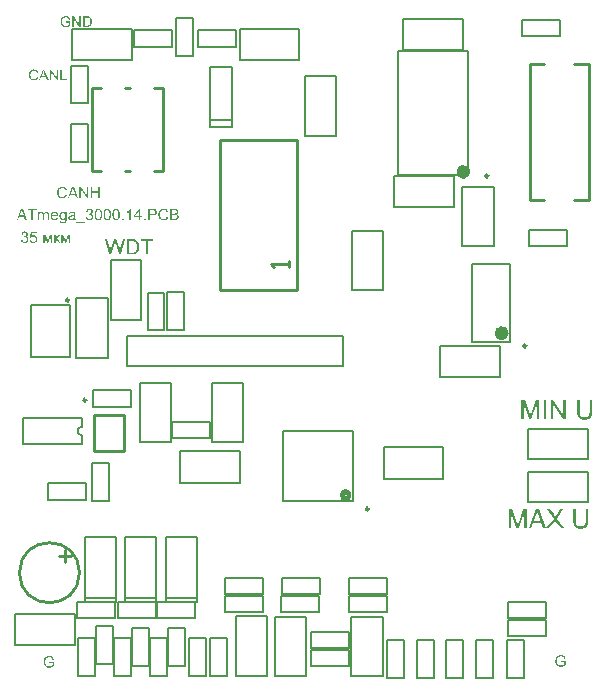
<source format=gto>
G04 Layer_Color=65535*
%FSLAX44Y44*%
%MOMM*%
G71*
G01*
G75*
%ADD31C,0.4000*%
%ADD33C,0.6000*%
%ADD45C,0.2500*%
%ADD46C,0.2000*%
%ADD47C,0.2540*%
%ADD48C,0.1524*%
%ADD49C,0.1500*%
%ADD50C,0.2032*%
G36*
X40584Y542669D02*
X39368D01*
X34653Y549720D01*
Y542669D01*
X33519D01*
Y551647D01*
X34722D01*
X39450Y544596D01*
Y551647D01*
X40584D01*
Y542669D01*
D02*
G37*
G36*
X20236Y551784D02*
X20346Y551770D01*
X20482Y551757D01*
X20633Y551743D01*
X20797Y551716D01*
X21152Y551634D01*
X21535Y551511D01*
X21726Y551429D01*
X21917Y551333D01*
X22095Y551224D01*
X22273Y551101D01*
X22286Y551087D01*
X22313Y551073D01*
X22355Y551032D01*
X22423Y550978D01*
X22491Y550909D01*
X22587Y550814D01*
X22682Y550718D01*
X22778Y550609D01*
X22887Y550472D01*
X22983Y550336D01*
X23093Y550172D01*
X23202Y549994D01*
X23297Y549816D01*
X23393Y549611D01*
X23557Y549174D01*
X22382Y548901D01*
Y548914D01*
X22368Y548942D01*
X22355Y548996D01*
X22327Y549065D01*
X22286Y549147D01*
X22245Y549242D01*
X22150Y549447D01*
X22027Y549679D01*
X21863Y549925D01*
X21685Y550144D01*
X21466Y550336D01*
X21439Y550349D01*
X21357Y550404D01*
X21234Y550472D01*
X21056Y550568D01*
X20851Y550650D01*
X20592Y550718D01*
X20305Y550773D01*
X19977Y550786D01*
X19881D01*
X19813Y550773D01*
X19717D01*
X19621Y550759D01*
X19375Y550718D01*
X19102Y550663D01*
X18815Y550568D01*
X18528Y550445D01*
X18255Y550281D01*
X18241D01*
X18228Y550253D01*
X18146Y550185D01*
X18023Y550076D01*
X17872Y549925D01*
X17722Y549734D01*
X17558Y549516D01*
X17408Y549242D01*
X17285Y548942D01*
Y548928D01*
X17271Y548901D01*
X17257Y548860D01*
X17244Y548791D01*
X17216Y548723D01*
X17203Y548627D01*
X17148Y548409D01*
X17093Y548149D01*
X17052Y547862D01*
X17025Y547548D01*
X17011Y547220D01*
Y547206D01*
Y547165D01*
Y547110D01*
Y547029D01*
X17025Y546933D01*
Y546810D01*
X17039Y546687D01*
X17052Y546550D01*
X17093Y546236D01*
X17148Y545894D01*
X17230Y545553D01*
X17339Y545225D01*
Y545211D01*
X17353Y545184D01*
X17380Y545143D01*
X17408Y545088D01*
X17476Y544924D01*
X17585Y544746D01*
X17736Y544528D01*
X17913Y544323D01*
X18118Y544118D01*
X18364Y543940D01*
X18378D01*
X18392Y543927D01*
X18433Y543899D01*
X18487Y543872D01*
X18638Y543817D01*
X18829Y543735D01*
X19048Y543667D01*
X19307Y543599D01*
X19594Y543544D01*
X19895Y543530D01*
X19991D01*
X20059Y543544D01*
X20141D01*
X20250Y543558D01*
X20482Y543599D01*
X20742Y543667D01*
X21029Y543776D01*
X21302Y543913D01*
X21576Y544104D01*
X21589Y544118D01*
X21603Y544132D01*
X21685Y544213D01*
X21808Y544350D01*
X21958Y544528D01*
X22109Y544774D01*
X22273Y545061D01*
X22409Y545416D01*
X22518Y545812D01*
X23707Y545512D01*
Y545498D01*
X23694Y545443D01*
X23666Y545375D01*
X23639Y545266D01*
X23584Y545156D01*
X23530Y545006D01*
X23475Y544856D01*
X23393Y544692D01*
X23215Y544323D01*
X22970Y543954D01*
X22696Y543599D01*
X22532Y543434D01*
X22355Y543284D01*
X22341Y543271D01*
X22313Y543257D01*
X22259Y543216D01*
X22177Y543161D01*
X22081Y543107D01*
X21972Y543038D01*
X21849Y542970D01*
X21699Y542902D01*
X21535Y542833D01*
X21357Y542765D01*
X21152Y542697D01*
X20947Y542642D01*
X20496Y542546D01*
X20250Y542533D01*
X19991Y542519D01*
X19854D01*
X19744Y542533D01*
X19621D01*
X19485Y542546D01*
X19321Y542574D01*
X19157Y542587D01*
X18774Y542669D01*
X18378Y542765D01*
X17995Y542915D01*
X17804Y542997D01*
X17626Y543107D01*
X17613Y543120D01*
X17585Y543134D01*
X17544Y543175D01*
X17476Y543216D01*
X17312Y543353D01*
X17121Y543544D01*
X16889Y543776D01*
X16670Y544077D01*
X16437Y544418D01*
X16246Y544815D01*
Y544828D01*
X16233Y544869D01*
X16205Y544924D01*
X16178Y545006D01*
X16137Y545115D01*
X16096Y545238D01*
X16055Y545375D01*
X16014Y545539D01*
X15973Y545703D01*
X15932Y545894D01*
X15850Y546304D01*
X15795Y546741D01*
X15782Y547220D01*
Y547234D01*
Y547288D01*
Y547356D01*
X15795Y547452D01*
Y547575D01*
X15809Y547725D01*
X15823Y547876D01*
X15850Y548053D01*
X15918Y548436D01*
X16000Y548846D01*
X16137Y549270D01*
X16315Y549666D01*
Y549679D01*
X16342Y549707D01*
X16369Y549762D01*
X16410Y549843D01*
X16465Y549925D01*
X16533Y550021D01*
X16711Y550253D01*
X16916Y550513D01*
X17175Y550773D01*
X17490Y551032D01*
X17831Y551251D01*
X17845D01*
X17872Y551278D01*
X17927Y551306D01*
X18009Y551333D01*
X18091Y551374D01*
X18200Y551429D01*
X18337Y551470D01*
X18474Y551524D01*
X18624Y551579D01*
X18788Y551620D01*
X19157Y551716D01*
X19567Y551770D01*
X20004Y551798D01*
X20141D01*
X20236Y551784D01*
D02*
G37*
G36*
X65393Y596794D02*
X65639Y596781D01*
X65912Y596753D01*
X66172Y596712D01*
X66391Y596671D01*
X66404D01*
X66432Y596657D01*
X66459D01*
X66514Y596630D01*
X66664Y596589D01*
X66842Y596521D01*
X67047Y596439D01*
X67265Y596329D01*
X67484Y596193D01*
X67703Y596029D01*
X67716D01*
X67730Y596002D01*
X67826Y595920D01*
X67949Y595783D01*
X68099Y595605D01*
X68277Y595387D01*
X68454Y595127D01*
X68618Y594826D01*
X68769Y594485D01*
Y594471D01*
X68782Y594444D01*
X68796Y594389D01*
X68823Y594321D01*
X68850Y594239D01*
X68878Y594129D01*
X68919Y594007D01*
X68946Y593870D01*
X68973Y593719D01*
X69015Y593555D01*
X69069Y593200D01*
X69110Y592804D01*
X69124Y592367D01*
Y592353D01*
Y592326D01*
Y592271D01*
Y592189D01*
X69110Y592107D01*
Y591998D01*
X69096Y591752D01*
X69069Y591478D01*
X69015Y591164D01*
X68960Y590850D01*
X68878Y590549D01*
Y590536D01*
X68864Y590508D01*
X68850Y590467D01*
X68837Y590412D01*
X68782Y590276D01*
X68714Y590084D01*
X68632Y589880D01*
X68523Y589661D01*
X68400Y589442D01*
X68263Y589237D01*
X68249Y589210D01*
X68195Y589155D01*
X68126Y589060D01*
X68017Y588937D01*
X67908Y588814D01*
X67757Y588677D01*
X67607Y588540D01*
X67443Y588417D01*
X67429Y588404D01*
X67361Y588376D01*
X67265Y588322D01*
X67142Y588253D01*
X66992Y588185D01*
X66814Y588117D01*
X66609Y588048D01*
X66377Y587980D01*
X66350D01*
X66268Y587953D01*
X66145Y587939D01*
X65967Y587912D01*
X65762Y587884D01*
X65516Y587857D01*
X65243Y587844D01*
X64942Y587830D01*
X61717D01*
Y596808D01*
X65161D01*
X65393Y596794D01*
D02*
G37*
G36*
X43713Y543722D02*
X48127D01*
Y542669D01*
X42524D01*
Y551647D01*
X43713D01*
Y543722D01*
D02*
G37*
G36*
X75870Y442814D02*
X74598D01*
Y447350D01*
X69623D01*
Y442814D01*
X68350D01*
Y452427D01*
X69623D01*
Y448476D01*
X74598D01*
Y452427D01*
X75870D01*
Y442814D01*
D02*
G37*
G36*
X44386Y452573D02*
X44503Y452558D01*
X44649Y452544D01*
X44810Y452529D01*
X44986Y452500D01*
X45366Y452412D01*
X45776Y452280D01*
X45981Y452193D01*
X46185Y452090D01*
X46375Y451973D01*
X46566Y451841D01*
X46580Y451827D01*
X46610Y451812D01*
X46653Y451768D01*
X46727Y451710D01*
X46800Y451637D01*
X46902Y451534D01*
X47005Y451432D01*
X47107Y451315D01*
X47224Y451168D01*
X47326Y451022D01*
X47443Y450847D01*
X47561Y450656D01*
X47663Y450466D01*
X47765Y450247D01*
X47941Y449779D01*
X46683Y449486D01*
Y449501D01*
X46668Y449530D01*
X46653Y449588D01*
X46624Y449661D01*
X46580Y449749D01*
X46536Y449852D01*
X46434Y450071D01*
X46302Y450320D01*
X46127Y450583D01*
X45937Y450817D01*
X45703Y451022D01*
X45673Y451037D01*
X45585Y451095D01*
X45454Y451168D01*
X45264Y451271D01*
X45044Y451359D01*
X44766Y451432D01*
X44459Y451490D01*
X44108Y451505D01*
X44005D01*
X43932Y451490D01*
X43830D01*
X43727Y451476D01*
X43464Y451432D01*
X43171Y451373D01*
X42864Y451271D01*
X42557Y451139D01*
X42264Y450964D01*
X42250D01*
X42235Y450934D01*
X42147Y450861D01*
X42016Y450744D01*
X41855Y450583D01*
X41694Y450378D01*
X41518Y450144D01*
X41357Y449852D01*
X41226Y449530D01*
Y449515D01*
X41211Y449486D01*
X41196Y449442D01*
X41182Y449369D01*
X41152Y449296D01*
X41138Y449193D01*
X41079Y448959D01*
X41021Y448681D01*
X40977Y448374D01*
X40948Y448037D01*
X40933Y447686D01*
Y447672D01*
Y447628D01*
Y447569D01*
Y447482D01*
X40948Y447379D01*
Y447248D01*
X40962Y447116D01*
X40977Y446969D01*
X41021Y446633D01*
X41079Y446267D01*
X41167Y445901D01*
X41284Y445550D01*
Y445536D01*
X41299Y445507D01*
X41328Y445463D01*
X41357Y445404D01*
X41430Y445229D01*
X41547Y445038D01*
X41708Y444804D01*
X41899Y444585D01*
X42118Y444365D01*
X42381Y444175D01*
X42396D01*
X42411Y444160D01*
X42455Y444131D01*
X42513Y444102D01*
X42674Y444043D01*
X42879Y443956D01*
X43113Y443882D01*
X43391Y443809D01*
X43698Y443751D01*
X44020Y443736D01*
X44122D01*
X44196Y443751D01*
X44283D01*
X44400Y443765D01*
X44649Y443809D01*
X44927Y443882D01*
X45234Y443999D01*
X45527Y444146D01*
X45820Y444351D01*
X45834Y444365D01*
X45849Y444380D01*
X45937Y444468D01*
X46068Y444614D01*
X46229Y444804D01*
X46390Y445068D01*
X46566Y445375D01*
X46712Y445755D01*
X46829Y446180D01*
X48102Y445858D01*
Y445843D01*
X48087Y445784D01*
X48058Y445711D01*
X48029Y445594D01*
X47970Y445477D01*
X47912Y445316D01*
X47853Y445155D01*
X47765Y444980D01*
X47575Y444585D01*
X47312Y444190D01*
X47019Y443809D01*
X46844Y443634D01*
X46653Y443473D01*
X46639Y443458D01*
X46610Y443444D01*
X46551Y443400D01*
X46463Y443341D01*
X46361Y443283D01*
X46244Y443209D01*
X46112Y443136D01*
X45951Y443063D01*
X45776Y442990D01*
X45585Y442917D01*
X45366Y442844D01*
X45146Y442785D01*
X44664Y442683D01*
X44400Y442668D01*
X44122Y442654D01*
X43976D01*
X43859Y442668D01*
X43727D01*
X43581Y442683D01*
X43405Y442712D01*
X43230Y442727D01*
X42820Y442814D01*
X42396Y442917D01*
X41986Y443078D01*
X41782Y443166D01*
X41591Y443283D01*
X41577Y443297D01*
X41547Y443312D01*
X41504Y443356D01*
X41430Y443400D01*
X41255Y443546D01*
X41050Y443751D01*
X40801Y443999D01*
X40567Y444321D01*
X40318Y444687D01*
X40114Y445112D01*
Y445126D01*
X40099Y445170D01*
X40070Y445229D01*
X40040Y445316D01*
X39997Y445433D01*
X39953Y445565D01*
X39909Y445711D01*
X39865Y445887D01*
X39821Y446062D01*
X39777Y446267D01*
X39689Y446706D01*
X39631Y447174D01*
X39616Y447686D01*
Y447701D01*
Y447760D01*
Y447833D01*
X39631Y447935D01*
Y448067D01*
X39646Y448228D01*
X39660Y448389D01*
X39689Y448579D01*
X39763Y448988D01*
X39850Y449427D01*
X39997Y449881D01*
X40187Y450305D01*
Y450320D01*
X40216Y450349D01*
X40245Y450408D01*
X40289Y450495D01*
X40348Y450583D01*
X40421Y450686D01*
X40611Y450934D01*
X40831Y451212D01*
X41109Y451490D01*
X41445Y451768D01*
X41811Y452002D01*
X41825D01*
X41855Y452032D01*
X41913Y452061D01*
X42001Y452090D01*
X42089Y452134D01*
X42206Y452193D01*
X42352Y452237D01*
X42498Y452295D01*
X42659Y452354D01*
X42835Y452397D01*
X43230Y452500D01*
X43669Y452558D01*
X44137Y452588D01*
X44283D01*
X44386Y452573D01*
D02*
G37*
G36*
X32562Y542669D02*
X31223D01*
X30185Y545389D01*
X26413D01*
X25443Y542669D01*
X24186D01*
X27616Y551647D01*
X28914D01*
X32562Y542669D01*
D02*
G37*
G36*
X93511Y395262D02*
X91853D01*
X89161Y405016D01*
Y405035D01*
X89142Y405074D01*
X89122Y405133D01*
X89103Y405211D01*
X89044Y405425D01*
X88986Y405659D01*
X88907Y405933D01*
X88849Y406167D01*
X88791Y406381D01*
X88771Y406459D01*
X88751Y406518D01*
Y406479D01*
X88713Y406381D01*
X88673Y406206D01*
X88615Y406011D01*
X88556Y405757D01*
X88498Y405523D01*
X88420Y405269D01*
X88361Y405016D01*
X85669Y395262D01*
X83894D01*
X80539Y408078D01*
X82275D01*
X84206Y399651D01*
Y399632D01*
X84226Y399593D01*
X84245Y399515D01*
X84265Y399437D01*
X84284Y399300D01*
X84323Y399164D01*
X84401Y398832D01*
X84479Y398442D01*
X84577Y397993D01*
X84655Y397525D01*
X84753Y397037D01*
Y397057D01*
X84772Y397135D01*
X84791Y397232D01*
X84831Y397369D01*
X84870Y397525D01*
X84909Y397701D01*
X85026Y398110D01*
X85123Y398520D01*
X85221Y398910D01*
X85260Y399066D01*
X85299Y399222D01*
X85318Y399339D01*
X85338Y399417D01*
X87776Y408078D01*
X89824D01*
X91658Y401582D01*
Y401563D01*
X91697Y401465D01*
X91717Y401348D01*
X91775Y401173D01*
X91814Y400958D01*
X91892Y400705D01*
X91951Y400412D01*
X92029Y400100D01*
X92107Y399768D01*
X92185Y399417D01*
X92360Y398637D01*
X92516Y397837D01*
X92653Y397037D01*
Y397057D01*
X92672Y397096D01*
Y397154D01*
X92692Y397252D01*
X92731Y397369D01*
X92751Y397505D01*
X92789Y397662D01*
X92829Y397837D01*
X92926Y398247D01*
X93024Y398735D01*
X93160Y399261D01*
X93297Y399827D01*
X95286Y408078D01*
X97003D01*
X93511Y395262D01*
D02*
G37*
G36*
X63700Y421570D02*
X55887D01*
Y422419D01*
X63700D01*
Y421570D01*
D02*
G37*
G36*
X44812Y431343D02*
X44914Y431329D01*
X45046Y431300D01*
X45324Y431226D01*
X45485Y431183D01*
X45646Y431109D01*
X45821Y431036D01*
X45997Y430934D01*
X46158Y430817D01*
X46333Y430685D01*
X46494Y430524D01*
X46641Y430349D01*
Y431197D01*
X47723D01*
Y425169D01*
Y425155D01*
Y425096D01*
Y425023D01*
Y424906D01*
X47709Y424774D01*
Y424628D01*
X47694Y424453D01*
X47680Y424277D01*
X47636Y423911D01*
X47577Y423531D01*
X47504Y423180D01*
X47445Y423019D01*
X47387Y422887D01*
Y422872D01*
X47372Y422858D01*
X47328Y422770D01*
X47241Y422653D01*
X47138Y422492D01*
X46992Y422317D01*
X46816Y422141D01*
X46597Y421965D01*
X46348Y421804D01*
X46333D01*
X46319Y421790D01*
X46275Y421775D01*
X46216Y421746D01*
X46070Y421673D01*
X45865Y421614D01*
X45602Y421541D01*
X45295Y421468D01*
X44958Y421424D01*
X44578Y421409D01*
X44461D01*
X44373Y421424D01*
X44271D01*
X44139Y421439D01*
X43861Y421483D01*
X43539Y421556D01*
X43203Y421643D01*
X42866Y421790D01*
X42559Y421980D01*
X42544D01*
X42530Y422009D01*
X42442Y422082D01*
X42325Y422214D01*
X42179Y422404D01*
X42047Y422638D01*
X41930Y422931D01*
X41857Y423267D01*
X41827Y423458D01*
Y423662D01*
X42969Y423502D01*
Y423472D01*
X42983Y423414D01*
X43012Y423326D01*
X43042Y423209D01*
X43100Y423077D01*
X43173Y422946D01*
X43261Y422828D01*
X43378Y422726D01*
X43393Y422711D01*
X43466Y422668D01*
X43554Y422624D01*
X43700Y422565D01*
X43861Y422492D01*
X44066Y422448D01*
X44314Y422404D01*
X44578Y422390D01*
X44710D01*
X44856Y422404D01*
X45046Y422434D01*
X45251Y422477D01*
X45456Y422536D01*
X45661Y422609D01*
X45836Y422726D01*
X45851Y422741D01*
X45909Y422785D01*
X45982Y422858D01*
X46085Y422960D01*
X46187Y423092D01*
X46275Y423238D01*
X46363Y423428D01*
X46436Y423633D01*
Y423648D01*
X46451Y423706D01*
X46465Y423809D01*
X46480Y423955D01*
X46509Y424160D01*
Y424292D01*
X46524Y424423D01*
Y424584D01*
Y424745D01*
Y424935D01*
Y425140D01*
X46509Y425126D01*
X46494Y425096D01*
X46451Y425052D01*
X46392Y424994D01*
X46304Y424935D01*
X46216Y424847D01*
X45997Y424687D01*
X45719Y424526D01*
X45382Y424379D01*
X45207Y424321D01*
X45017Y424277D01*
X44812Y424248D01*
X44607Y424233D01*
X44475D01*
X44373Y424248D01*
X44256Y424262D01*
X44110Y424292D01*
X43963Y424321D01*
X43788Y424365D01*
X43612Y424409D01*
X43437Y424482D01*
X43246Y424570D01*
X43071Y424672D01*
X42881Y424789D01*
X42705Y424921D01*
X42544Y425082D01*
X42383Y425257D01*
X42369Y425272D01*
X42354Y425301D01*
X42310Y425360D01*
X42266Y425447D01*
X42208Y425550D01*
X42135Y425667D01*
X42061Y425798D01*
X41988Y425959D01*
X41915Y426135D01*
X41842Y426325D01*
X41783Y426530D01*
X41710Y426749D01*
X41623Y427218D01*
X41608Y427481D01*
X41593Y427744D01*
Y427759D01*
Y427788D01*
Y427847D01*
Y427920D01*
X41608Y428008D01*
Y428110D01*
X41637Y428344D01*
X41681Y428637D01*
X41740Y428944D01*
X41827Y429266D01*
X41944Y429588D01*
Y429602D01*
X41959Y429632D01*
X41988Y429675D01*
X42017Y429734D01*
X42091Y429880D01*
X42208Y430071D01*
X42369Y430275D01*
X42544Y430495D01*
X42749Y430700D01*
X42998Y430890D01*
X43012D01*
X43027Y430905D01*
X43071Y430934D01*
X43115Y430963D01*
X43261Y431036D01*
X43451Y431124D01*
X43700Y431212D01*
X43963Y431285D01*
X44271Y431343D01*
X44607Y431358D01*
X44724D01*
X44812Y431343D01*
D02*
G37*
G36*
X120685Y406576D02*
X116471D01*
Y395262D01*
X114774D01*
Y406576D01*
X110561D01*
Y408078D01*
X120685D01*
Y406576D01*
D02*
G37*
G36*
X59722Y587830D02*
X58506D01*
X53791Y594881D01*
Y587830D01*
X52657D01*
Y596808D01*
X53860D01*
X58588Y589757D01*
Y596808D01*
X59722D01*
Y587830D01*
D02*
G37*
G36*
X47355Y596945D02*
X47464D01*
X47697Y596917D01*
X47956Y596876D01*
X48257Y596822D01*
X48558Y596740D01*
X48858Y596630D01*
X48872D01*
X48899Y596617D01*
X48940Y596603D01*
X48995Y596576D01*
X49132Y596507D01*
X49309Y596398D01*
X49514Y596275D01*
X49719Y596125D01*
X49924Y595961D01*
X50102Y595756D01*
X50115Y595728D01*
X50170Y595660D01*
X50252Y595537D01*
X50361Y595359D01*
X50471Y595154D01*
X50580Y594908D01*
X50689Y594621D01*
X50785Y594293D01*
X49706Y593993D01*
Y594007D01*
X49692Y594020D01*
X49678Y594102D01*
X49623Y594225D01*
X49569Y594389D01*
X49501Y594553D01*
X49419Y594731D01*
X49323Y594908D01*
X49214Y595072D01*
X49200Y595086D01*
X49159Y595141D01*
X49091Y595209D01*
X48995Y595305D01*
X48872Y595400D01*
X48722Y595510D01*
X48558Y595605D01*
X48353Y595701D01*
X48325Y595715D01*
X48257Y595742D01*
X48134Y595783D01*
X47984Y595824D01*
X47806Y595865D01*
X47601Y595906D01*
X47369Y595933D01*
X47123Y595947D01*
X46986D01*
X46836Y595933D01*
X46645Y595920D01*
X46426Y595879D01*
X46180Y595838D01*
X45948Y595769D01*
X45715Y595687D01*
X45688Y595674D01*
X45620Y595646D01*
X45510Y595592D01*
X45374Y595510D01*
X45223Y595414D01*
X45059Y595305D01*
X44909Y595182D01*
X44759Y595031D01*
X44745Y595018D01*
X44704Y594963D01*
X44636Y594881D01*
X44554Y594772D01*
X44458Y594635D01*
X44362Y594485D01*
X44281Y594321D01*
X44198Y594143D01*
Y594129D01*
X44185Y594102D01*
X44171Y594061D01*
X44144Y593993D01*
X44117Y593924D01*
X44089Y593829D01*
X44035Y593610D01*
X43966Y593337D01*
X43911Y593036D01*
X43871Y592695D01*
X43857Y592339D01*
Y592326D01*
Y592285D01*
Y592230D01*
X43871Y592134D01*
Y592039D01*
X43884Y591916D01*
X43898Y591779D01*
X43911Y591642D01*
X43952Y591314D01*
X44035Y590973D01*
X44130Y590645D01*
X44267Y590317D01*
Y590303D01*
X44281Y590276D01*
X44308Y590235D01*
X44349Y590180D01*
X44444Y590043D01*
X44567Y589866D01*
X44731Y589675D01*
X44936Y589470D01*
X45182Y589278D01*
X45456Y589114D01*
X45469D01*
X45497Y589101D01*
X45538Y589073D01*
X45592Y589060D01*
X45661Y589032D01*
X45756Y588991D01*
X45961Y588923D01*
X46221Y588855D01*
X46494Y588786D01*
X46809Y588745D01*
X47137Y588732D01*
X47273D01*
X47424Y588745D01*
X47615Y588773D01*
X47833Y588800D01*
X48093Y588855D01*
X48366Y588923D01*
X48640Y589019D01*
X48653D01*
X48667Y589032D01*
X48708Y589046D01*
X48763Y589073D01*
X48899Y589128D01*
X49063Y589210D01*
X49241Y589306D01*
X49419Y589415D01*
X49596Y589538D01*
X49760Y589661D01*
Y591355D01*
X47123D01*
Y592408D01*
X50922D01*
Y589073D01*
X50908Y589060D01*
X50881Y589046D01*
X50840Y589005D01*
X50771Y588964D01*
X50689Y588896D01*
X50594Y588841D01*
X50361Y588677D01*
X50088Y588513D01*
X49788Y588335D01*
X49446Y588171D01*
X49104Y588021D01*
X49091D01*
X49063Y588007D01*
X49009Y587994D01*
X48940Y587966D01*
X48858Y587939D01*
X48763Y587912D01*
X48640Y587884D01*
X48517Y587857D01*
X48230Y587789D01*
X47915Y587734D01*
X47560Y587693D01*
X47205Y587679D01*
X47082D01*
X46986Y587693D01*
X46863D01*
X46726Y587707D01*
X46576Y587720D01*
X46412Y587748D01*
X46030Y587816D01*
X45633Y587912D01*
X45210Y588048D01*
X44800Y588240D01*
X44786Y588253D01*
X44759Y588267D01*
X44690Y588294D01*
X44622Y588349D01*
X44526Y588404D01*
X44431Y588472D01*
X44198Y588650D01*
X43925Y588882D01*
X43665Y589169D01*
X43406Y589497D01*
X43174Y589866D01*
Y589880D01*
X43146Y589921D01*
X43119Y589975D01*
X43092Y590057D01*
X43051Y590153D01*
X42996Y590276D01*
X42955Y590412D01*
X42900Y590577D01*
X42846Y590741D01*
X42805Y590932D01*
X42709Y591342D01*
X42654Y591793D01*
X42627Y592271D01*
Y592285D01*
Y592326D01*
Y592394D01*
X42641Y592490D01*
Y592613D01*
X42654Y592749D01*
X42668Y592900D01*
X42695Y593064D01*
X42764Y593446D01*
X42859Y593856D01*
X42996Y594293D01*
X43174Y594717D01*
Y594731D01*
X43201Y594772D01*
X43228Y594826D01*
X43269Y594908D01*
X43338Y595004D01*
X43406Y595100D01*
X43570Y595359D01*
X43802Y595633D01*
X44062Y595906D01*
X44390Y596166D01*
X44554Y596288D01*
X44745Y596398D01*
X44759D01*
X44786Y596425D01*
X44854Y596452D01*
X44923Y596480D01*
X45018Y596535D01*
X45141Y596576D01*
X45278Y596630D01*
X45428Y596685D01*
X45592Y596726D01*
X45770Y596781D01*
X46180Y596876D01*
X46617Y596931D01*
X47109Y596958D01*
X47273D01*
X47355Y596945D01*
D02*
G37*
G36*
X103850Y408059D02*
X104201Y408039D01*
X104591Y408000D01*
X104962Y407942D01*
X105274Y407883D01*
X105294D01*
X105333Y407864D01*
X105372D01*
X105450Y407825D01*
X105664Y407766D01*
X105918Y407669D01*
X106210Y407552D01*
X106523Y407396D01*
X106835Y407201D01*
X107147Y406967D01*
X107166D01*
X107186Y406927D01*
X107322Y406810D01*
X107498Y406615D01*
X107712Y406362D01*
X107966Y406050D01*
X108220Y405679D01*
X108454Y405250D01*
X108668Y404762D01*
Y404743D01*
X108688Y404704D01*
X108707Y404626D01*
X108746Y404528D01*
X108785Y404411D01*
X108824Y404255D01*
X108883Y404080D01*
X108922Y403884D01*
X108961Y403670D01*
X109019Y403436D01*
X109097Y402929D01*
X109156Y402363D01*
X109176Y401739D01*
Y401719D01*
Y401680D01*
Y401602D01*
Y401485D01*
X109156Y401368D01*
Y401212D01*
X109136Y400861D01*
X109097Y400471D01*
X109019Y400022D01*
X108941Y399573D01*
X108824Y399144D01*
Y399125D01*
X108805Y399086D01*
X108785Y399027D01*
X108766Y398949D01*
X108688Y398754D01*
X108590Y398481D01*
X108473Y398188D01*
X108317Y397876D01*
X108142Y397564D01*
X107947Y397271D01*
X107927Y397232D01*
X107849Y397154D01*
X107752Y397018D01*
X107595Y396842D01*
X107439Y396667D01*
X107225Y396472D01*
X107010Y396277D01*
X106776Y396101D01*
X106757Y396082D01*
X106659Y396043D01*
X106523Y395965D01*
X106347Y395867D01*
X106132Y395769D01*
X105879Y395672D01*
X105586Y395574D01*
X105255Y395477D01*
X105216D01*
X105098Y395438D01*
X104923Y395418D01*
X104669Y395379D01*
X104377Y395340D01*
X104026Y395301D01*
X103636Y395282D01*
X103206Y395262D01*
X98603D01*
Y408078D01*
X103518D01*
X103850Y408059D01*
D02*
G37*
G36*
X66170Y442814D02*
X64868D01*
X59821Y450364D01*
Y442814D01*
X58607D01*
Y452427D01*
X59894D01*
X64956Y444877D01*
Y452427D01*
X66170D01*
Y442814D01*
D02*
G37*
G36*
X12403Y414647D02*
X12593Y414617D01*
X12812Y414574D01*
X13061Y414515D01*
X13310Y414427D01*
X13559Y414310D01*
X13573D01*
X13588Y414296D01*
X13676Y414252D01*
X13793Y414179D01*
X13939Y414076D01*
X14100Y413944D01*
X14275Y413783D01*
X14436Y413593D01*
X14583Y413388D01*
X14597Y413359D01*
X14641Y413286D01*
X14700Y413169D01*
X14758Y413023D01*
X14817Y412832D01*
X14875Y412628D01*
X14919Y412408D01*
X14934Y412160D01*
Y412130D01*
Y412057D01*
X14919Y411940D01*
X14890Y411794D01*
X14846Y411618D01*
X14787Y411428D01*
X14714Y411223D01*
X14597Y411033D01*
X14583Y411004D01*
X14539Y410945D01*
X14451Y410857D01*
X14349Y410740D01*
X14202Y410609D01*
X14041Y410477D01*
X13837Y410331D01*
X13602Y410214D01*
X13617D01*
X13646Y410199D01*
X13690D01*
X13749Y410170D01*
X13895Y410126D01*
X14085Y410038D01*
X14290Y409936D01*
X14510Y409789D01*
X14729Y409614D01*
X14919Y409394D01*
X14934Y409365D01*
X14992Y409277D01*
X15065Y409146D01*
X15168Y408970D01*
X15256Y408751D01*
X15329Y408487D01*
X15387Y408180D01*
X15402Y407844D01*
Y407829D01*
Y407785D01*
Y407727D01*
X15387Y407639D01*
X15373Y407522D01*
X15358Y407405D01*
X15329Y407258D01*
X15285Y407112D01*
X15183Y406776D01*
X15109Y406585D01*
X15007Y406410D01*
X14905Y406234D01*
X14787Y406059D01*
X14641Y405883D01*
X14480Y405708D01*
X14466Y405693D01*
X14436Y405664D01*
X14392Y405634D01*
X14319Y405576D01*
X14232Y405503D01*
X14115Y405429D01*
X13983Y405356D01*
X13851Y405283D01*
X13690Y405196D01*
X13515Y405122D01*
X13325Y405049D01*
X13120Y404976D01*
X12900Y404917D01*
X12666Y404888D01*
X12417Y404859D01*
X12169Y404844D01*
X12052D01*
X11964Y404859D01*
X11847Y404874D01*
X11730Y404888D01*
X11583Y404903D01*
X11437Y404932D01*
X11101Y405020D01*
X10750Y405166D01*
X10574Y405239D01*
X10413Y405342D01*
X10237Y405459D01*
X10077Y405591D01*
X10062Y405605D01*
X10047Y405620D01*
X10003Y405664D01*
X9945Y405722D01*
X9886Y405810D01*
X9813Y405898D01*
X9725Y406000D01*
X9652Y406117D01*
X9477Y406410D01*
X9330Y406746D01*
X9199Y407127D01*
X9155Y407332D01*
X9126Y407551D01*
X10311Y407712D01*
Y407697D01*
X10325Y407668D01*
Y407609D01*
X10354Y407551D01*
X10398Y407375D01*
X10472Y407156D01*
X10559Y406922D01*
X10676Y406673D01*
X10823Y406454D01*
X10984Y406264D01*
X11013Y406249D01*
X11071Y406190D01*
X11174Y406132D01*
X11320Y406044D01*
X11481Y405971D01*
X11686Y405898D01*
X11920Y405839D01*
X12169Y405825D01*
X12256D01*
X12315Y405839D01*
X12461Y405854D01*
X12651Y405898D01*
X12886Y405971D01*
X13120Y406059D01*
X13354Y406205D01*
X13573Y406395D01*
X13602Y406424D01*
X13661Y406498D01*
X13749Y406615D01*
X13866Y406790D01*
X13968Y406995D01*
X14056Y407244D01*
X14115Y407522D01*
X14144Y407829D01*
Y407844D01*
Y407858D01*
Y407902D01*
X14129Y407961D01*
X14115Y408107D01*
X14071Y408297D01*
X14012Y408502D01*
X13910Y408736D01*
X13778Y408955D01*
X13602Y409160D01*
X13573Y409190D01*
X13515Y409248D01*
X13398Y409321D01*
X13237Y409424D01*
X13046Y409526D01*
X12812Y409599D01*
X12564Y409658D01*
X12271Y409687D01*
X12139D01*
X12037Y409672D01*
X11920Y409658D01*
X11774Y409643D01*
X11613Y409614D01*
X11437Y409570D01*
X11569Y410609D01*
X11642D01*
X11701Y410594D01*
X11891D01*
X12022Y410609D01*
X12213Y410638D01*
X12417Y410682D01*
X12637Y410755D01*
X12871Y410843D01*
X13105Y410975D01*
X13134Y410989D01*
X13207Y411048D01*
X13295Y411150D01*
X13412Y411282D01*
X13529Y411443D01*
X13617Y411647D01*
X13690Y411896D01*
X13720Y412189D01*
Y412203D01*
Y412218D01*
Y412291D01*
X13690Y412408D01*
X13661Y412569D01*
X13617Y412730D01*
X13529Y412906D01*
X13427Y413096D01*
X13281Y413257D01*
X13266Y413271D01*
X13207Y413330D01*
X13105Y413403D01*
X12973Y413476D01*
X12812Y413564D01*
X12622Y413623D01*
X12403Y413681D01*
X12154Y413696D01*
X12037D01*
X11905Y413666D01*
X11759Y413637D01*
X11569Y413593D01*
X11379Y413506D01*
X11188Y413403D01*
X10998Y413257D01*
X10984Y413242D01*
X10925Y413184D01*
X10852Y413081D01*
X10764Y412935D01*
X10662Y412759D01*
X10574Y412540D01*
X10486Y412277D01*
X10428Y411969D01*
X9243Y412174D01*
Y412189D01*
X9257Y412233D01*
X9272Y412291D01*
X9287Y412364D01*
X9316Y412467D01*
X9345Y412584D01*
X9448Y412847D01*
X9564Y413140D01*
X9740Y413447D01*
X9945Y413740D01*
X10208Y414003D01*
X10223Y414018D01*
X10237Y414032D01*
X10281Y414062D01*
X10354Y414105D01*
X10428Y414149D01*
X10516Y414208D01*
X10735Y414339D01*
X11013Y414456D01*
X11349Y414559D01*
X11715Y414632D01*
X11920Y414661D01*
X12256D01*
X12403Y414647D01*
D02*
G37*
G36*
X453845Y163205D02*
X451453D01*
X449598Y168063D01*
X442861D01*
X441128Y163205D01*
X438882D01*
X445009Y179242D01*
X447328D01*
X453845Y163205D01*
D02*
G37*
G36*
X489361Y169967D02*
Y169942D01*
Y169869D01*
Y169747D01*
Y169576D01*
X489336Y169356D01*
Y169137D01*
X489312Y168868D01*
X489287Y168575D01*
X489214Y167965D01*
X489117Y167330D01*
X488995Y166696D01*
X488799Y166134D01*
Y166110D01*
X488775Y166061D01*
X488750Y165988D01*
X488702Y165890D01*
X488555Y165646D01*
X488360Y165304D01*
X488091Y164938D01*
X487750Y164548D01*
X487310Y164182D01*
X486822Y163815D01*
X486798D01*
X486749Y163767D01*
X486676Y163742D01*
X486554Y163669D01*
X486432Y163620D01*
X486261Y163547D01*
X486041Y163449D01*
X485821Y163376D01*
X485577Y163303D01*
X485284Y163205D01*
X484991Y163132D01*
X484650Y163083D01*
X483917Y162985D01*
X483088Y162937D01*
X482868D01*
X482721Y162961D01*
X482526D01*
X482306Y162985D01*
X482062Y163010D01*
X481794Y163034D01*
X481208Y163132D01*
X480598Y163254D01*
X479963Y163449D01*
X479402Y163693D01*
X479377D01*
X479328Y163742D01*
X479280Y163767D01*
X479182Y163840D01*
X478913Y164011D01*
X478621Y164279D01*
X478279Y164597D01*
X477962Y164963D01*
X477644Y165426D01*
X477376Y165939D01*
Y165963D01*
X477351Y166012D01*
X477327Y166085D01*
X477278Y166208D01*
X477229Y166354D01*
X477180Y166549D01*
X477132Y166769D01*
X477083Y167013D01*
X477010Y167282D01*
X476961Y167575D01*
X476912Y167916D01*
X476863Y168258D01*
X476814Y168648D01*
X476790Y169063D01*
X476765Y169503D01*
Y169967D01*
Y179242D01*
X478889D01*
Y169967D01*
Y169942D01*
Y169869D01*
Y169771D01*
Y169625D01*
Y169454D01*
X478913Y169259D01*
X478938Y168795D01*
X478987Y168307D01*
X479035Y167794D01*
X479133Y167306D01*
X479182Y167086D01*
X479255Y166891D01*
X479280Y166842D01*
X479328Y166720D01*
X479426Y166549D01*
X479572Y166330D01*
X479743Y166085D01*
X479987Y165817D01*
X480256Y165573D01*
X480598Y165353D01*
X480647Y165329D01*
X480769Y165280D01*
X480964Y165182D01*
X481232Y165109D01*
X481574Y165012D01*
X481965Y164914D01*
X482404Y164865D01*
X482892Y164841D01*
X483112D01*
X483283Y164865D01*
X483478D01*
X483698Y164889D01*
X484186Y164963D01*
X484747Y165109D01*
X485284Y165280D01*
X485797Y165548D01*
X486041Y165695D01*
X486236Y165890D01*
Y165915D01*
X486285Y165939D01*
X486334Y166012D01*
X486383Y166110D01*
X486480Y166232D01*
X486554Y166378D01*
X486651Y166574D01*
X486749Y166793D01*
X486822Y167062D01*
X486920Y167355D01*
X487017Y167672D01*
X487091Y168063D01*
X487139Y168478D01*
X487188Y168917D01*
X487237Y169430D01*
Y169967D01*
Y179242D01*
X489361D01*
Y169967D01*
D02*
G37*
G36*
X42132Y410989D02*
X41795Y411004D01*
X41649D01*
X41547Y410989D01*
X41356Y410945D01*
X41269Y410901D01*
X41210Y410857D01*
X41181Y410828D01*
X41151Y410770D01*
X41108Y410696D01*
X41049Y410579D01*
X40976Y410433D01*
X40888Y410243D01*
X40786Y409994D01*
X40771Y409965D01*
X40742Y409892D01*
X40683Y409760D01*
X40625Y409628D01*
X40464Y409307D01*
X40376Y409160D01*
X40288Y409043D01*
X40274Y409029D01*
X40244Y408999D01*
X40201Y408955D01*
X40127Y408882D01*
X40025Y408809D01*
X39908Y408736D01*
X39776Y408648D01*
X39615Y408575D01*
X39630D01*
X39645Y408560D01*
X39688Y408546D01*
X39747Y408531D01*
X39893Y408443D01*
X40083Y408326D01*
X40201Y408239D01*
X40318Y408136D01*
X40435Y408019D01*
X40566Y407887D01*
X40698Y407741D01*
X40830Y407566D01*
X40976Y407375D01*
X41108Y407156D01*
X42395Y405005D01*
X41093D01*
X39820Y407141D01*
Y407156D01*
X39806Y407171D01*
X39762Y407244D01*
X39688Y407361D01*
X39601Y407492D01*
X39484Y407639D01*
X39381Y407785D01*
X39264Y407902D01*
X39147Y408004D01*
X39132Y408019D01*
X39103Y408034D01*
X39045Y408078D01*
X38957Y408121D01*
X38869Y408151D01*
X38752Y408195D01*
X38621Y408209D01*
X38489Y408224D01*
Y405005D01*
X37304D01*
Y411969D01*
X38489D01*
Y408955D01*
X38577D01*
X38679Y408970D01*
X38796Y408985D01*
X39045Y409043D01*
X39162Y409087D01*
X39264Y409160D01*
X39279Y409175D01*
X39308Y409204D01*
X39367Y409292D01*
X39440Y409394D01*
X39528Y409570D01*
X39586Y409672D01*
X39645Y409789D01*
X39703Y409921D01*
X39776Y410067D01*
X39849Y410228D01*
X39923Y410419D01*
Y410433D01*
X39937Y410462D01*
X39952Y410492D01*
X39981Y410550D01*
X40040Y410696D01*
X40127Y410872D01*
X40215Y411048D01*
X40318Y411238D01*
X40405Y411399D01*
X40493Y411516D01*
X40508Y411530D01*
X40537Y411560D01*
X40581Y411604D01*
X40640Y411662D01*
X40800Y411779D01*
X40888Y411823D01*
X40991Y411867D01*
X41005D01*
X41049Y411881D01*
X41108Y411896D01*
X41210Y411925D01*
X41327Y411940D01*
X41488Y411955D01*
X41664Y411969D01*
X42132D01*
Y410989D01*
D02*
G37*
G36*
X22483Y413345D02*
X18650D01*
X18123Y410755D01*
X18138Y410770D01*
X18167Y410784D01*
X18211Y410813D01*
X18270Y410857D01*
X18357Y410901D01*
X18445Y410945D01*
X18679Y411062D01*
X18943Y411179D01*
X19250Y411267D01*
X19586Y411340D01*
X19937Y411370D01*
X20055D01*
X20142Y411355D01*
X20259Y411340D01*
X20376Y411326D01*
X20523Y411296D01*
X20669Y411267D01*
X21005Y411150D01*
X21181Y411091D01*
X21357Y411004D01*
X21547Y410901D01*
X21722Y410784D01*
X21898Y410653D01*
X22059Y410492D01*
X22074Y410477D01*
X22103Y410448D01*
X22147Y410404D01*
X22190Y410331D01*
X22264Y410243D01*
X22337Y410140D01*
X22410Y410023D01*
X22498Y409892D01*
X22586Y409731D01*
X22659Y409570D01*
X22732Y409380D01*
X22805Y409190D01*
X22849Y408970D01*
X22893Y408751D01*
X22922Y408502D01*
X22937Y408253D01*
Y408239D01*
Y408195D01*
Y408121D01*
X22922Y408034D01*
X22907Y407917D01*
X22893Y407785D01*
X22878Y407639D01*
X22849Y407478D01*
X22747Y407127D01*
X22615Y406761D01*
X22527Y406556D01*
X22425Y406366D01*
X22308Y406176D01*
X22176Y406000D01*
X22161Y405985D01*
X22132Y405956D01*
X22074Y405898D01*
X22000Y405825D01*
X21913Y405737D01*
X21795Y405634D01*
X21664Y405532D01*
X21503Y405429D01*
X21342Y405312D01*
X21152Y405210D01*
X20932Y405108D01*
X20713Y405020D01*
X20464Y404947D01*
X20215Y404888D01*
X19937Y404859D01*
X19645Y404844D01*
X19513D01*
X19425Y404859D01*
X19323Y404874D01*
X19191Y404888D01*
X19045Y404903D01*
X18884Y404932D01*
X18548Y405020D01*
X18196Y405152D01*
X18021Y405239D01*
X17845Y405342D01*
X17670Y405444D01*
X17509Y405576D01*
X17494Y405591D01*
X17479Y405605D01*
X17436Y405649D01*
X17377Y405708D01*
X17319Y405781D01*
X17246Y405868D01*
X17172Y405971D01*
X17084Y406088D01*
X16924Y406366D01*
X16763Y406702D01*
X16646Y407083D01*
X16602Y407302D01*
X16573Y407522D01*
X17816Y407609D01*
Y407595D01*
Y407566D01*
X17831Y407522D01*
X17845Y407463D01*
X17889Y407302D01*
X17948Y407097D01*
X18021Y406878D01*
X18138Y406659D01*
X18270Y406439D01*
X18445Y406249D01*
X18474Y406234D01*
X18533Y406176D01*
X18635Y406117D01*
X18782Y406029D01*
X18957Y405956D01*
X19162Y405883D01*
X19396Y405825D01*
X19645Y405810D01*
X19733D01*
X19791Y405825D01*
X19952Y405839D01*
X20157Y405883D01*
X20376Y405971D01*
X20625Y406073D01*
X20859Y406234D01*
X20976Y406322D01*
X21093Y406439D01*
Y406454D01*
X21123Y406468D01*
X21181Y406556D01*
X21283Y406702D01*
X21386Y406893D01*
X21488Y407141D01*
X21591Y407434D01*
X21649Y407770D01*
X21679Y408151D01*
Y408165D01*
Y408195D01*
Y408253D01*
X21664Y408312D01*
Y408400D01*
X21649Y408502D01*
X21605Y408736D01*
X21547Y408985D01*
X21444Y409248D01*
X21298Y409511D01*
X21108Y409745D01*
X21079Y409775D01*
X21005Y409833D01*
X20888Y409936D01*
X20713Y410038D01*
X20508Y410140D01*
X20245Y410243D01*
X19952Y410302D01*
X19630Y410331D01*
X19528D01*
X19425Y410316D01*
X19279Y410302D01*
X19118Y410258D01*
X18943Y410214D01*
X18767Y410140D01*
X18592Y410053D01*
X18577Y410038D01*
X18518Y410009D01*
X18431Y409950D01*
X18328Y409877D01*
X18226Y409775D01*
X18109Y409658D01*
X17992Y409526D01*
X17889Y409380D01*
X16777Y409541D01*
X17714Y414471D01*
X22483D01*
Y413345D01*
D02*
G37*
G36*
X35504Y405005D02*
X34319D01*
Y410609D01*
X32271Y405005D01*
X31218D01*
X29286Y410872D01*
Y405005D01*
X28131D01*
Y411969D01*
X29945D01*
X31773Y406395D01*
X33807Y411969D01*
X35504D01*
Y405005D01*
D02*
G37*
G36*
X50588D02*
X49403D01*
Y410609D01*
X47355Y405005D01*
X46301D01*
X44370Y410872D01*
Y405005D01*
X43214D01*
Y411969D01*
X45029D01*
X46857Y406395D01*
X48891Y411969D01*
X50588D01*
Y405005D01*
D02*
G37*
G36*
X447976Y255559D02*
X445925D01*
Y268984D01*
X441239Y255559D01*
X439335D01*
X434721Y269204D01*
Y255559D01*
X432671D01*
Y271596D01*
X435844D01*
X439652Y260246D01*
Y260221D01*
X439677Y260172D01*
X439701Y260099D01*
X439725Y259977D01*
X439823Y259709D01*
X439945Y259367D01*
X440067Y258976D01*
X440189Y258586D01*
X440311Y258195D01*
X440409Y257878D01*
X440433Y257927D01*
X440458Y258049D01*
X440531Y258244D01*
X440629Y258512D01*
X440726Y258879D01*
X440873Y259318D01*
X441068Y259831D01*
X441263Y260441D01*
X445095Y271596D01*
X447976D01*
Y255559D01*
D02*
G37*
G36*
X470213D02*
X468040D01*
X459619Y268154D01*
Y255559D01*
X457593D01*
Y271596D01*
X459741D01*
X468187Y259001D01*
Y271596D01*
X470213D01*
Y255559D01*
D02*
G37*
G36*
X57582Y442814D02*
X56149D01*
X55037Y445726D01*
X50999D01*
X49960Y442814D01*
X48614D01*
X52286Y452427D01*
X53676D01*
X57582Y442814D01*
D02*
G37*
G36*
X492621Y262320D02*
Y262296D01*
Y262223D01*
Y262101D01*
Y261930D01*
X492596Y261710D01*
Y261490D01*
X492572Y261222D01*
X492547Y260929D01*
X492474Y260319D01*
X492376Y259684D01*
X492254Y259049D01*
X492059Y258488D01*
Y258464D01*
X492035Y258415D01*
X492010Y258342D01*
X491962Y258244D01*
X491815Y258000D01*
X491620Y257658D01*
X491351Y257292D01*
X491009Y256901D01*
X490570Y256535D01*
X490082Y256169D01*
X490057D01*
X490009Y256120D01*
X489935Y256096D01*
X489813Y256023D01*
X489691Y255974D01*
X489520Y255901D01*
X489301Y255803D01*
X489081Y255730D01*
X488837Y255657D01*
X488544Y255559D01*
X488251Y255486D01*
X487910Y255437D01*
X487177Y255339D01*
X486347Y255291D01*
X486128D01*
X485981Y255315D01*
X485786D01*
X485566Y255339D01*
X485322Y255364D01*
X485054Y255388D01*
X484468Y255486D01*
X483858Y255608D01*
X483223Y255803D01*
X482662Y256047D01*
X482637D01*
X482588Y256096D01*
X482539Y256120D01*
X482442Y256194D01*
X482173Y256364D01*
X481880Y256633D01*
X481539Y256950D01*
X481221Y257316D01*
X480904Y257780D01*
X480635Y258293D01*
Y258317D01*
X480611Y258366D01*
X480587Y258439D01*
X480538Y258561D01*
X480489Y258708D01*
X480440Y258903D01*
X480391Y259123D01*
X480343Y259367D01*
X480269Y259635D01*
X480221Y259928D01*
X480172Y260270D01*
X480123Y260612D01*
X480074Y261002D01*
X480050Y261417D01*
X480025Y261857D01*
Y262320D01*
Y271596D01*
X482149D01*
Y262320D01*
Y262296D01*
Y262223D01*
Y262125D01*
Y261979D01*
Y261808D01*
X482173Y261612D01*
X482198Y261149D01*
X482247Y260661D01*
X482295Y260148D01*
X482393Y259660D01*
X482442Y259440D01*
X482515Y259245D01*
X482539Y259196D01*
X482588Y259074D01*
X482686Y258903D01*
X482832Y258683D01*
X483003Y258439D01*
X483247Y258171D01*
X483516Y257927D01*
X483858Y257707D01*
X483906Y257683D01*
X484028Y257634D01*
X484224Y257536D01*
X484492Y257463D01*
X484834Y257365D01*
X485224Y257268D01*
X485664Y257219D01*
X486152Y257194D01*
X486372D01*
X486543Y257219D01*
X486738D01*
X486958Y257243D01*
X487446Y257316D01*
X488007Y257463D01*
X488544Y257634D01*
X489057Y257902D01*
X489301Y258049D01*
X489496Y258244D01*
Y258268D01*
X489545Y258293D01*
X489594Y258366D01*
X489643Y258464D01*
X489740Y258586D01*
X489813Y258732D01*
X489911Y258927D01*
X490009Y259147D01*
X490082Y259416D01*
X490180Y259709D01*
X490277Y260026D01*
X490350Y260417D01*
X490399Y260831D01*
X490448Y261271D01*
X490497Y261783D01*
Y262320D01*
Y271596D01*
X492621D01*
Y262320D01*
D02*
G37*
G36*
X437222Y163205D02*
X435172D01*
Y176630D01*
X430485Y163205D01*
X428581D01*
X423968Y176850D01*
Y163205D01*
X421917D01*
Y179242D01*
X425091D01*
X428899Y167892D01*
Y167867D01*
X428923Y167819D01*
X428947Y167745D01*
X428972Y167623D01*
X429070Y167355D01*
X429192Y167013D01*
X429314Y166623D01*
X429436Y166232D01*
X429558Y165841D01*
X429655Y165524D01*
X429680Y165573D01*
X429704Y165695D01*
X429777Y165890D01*
X429875Y166159D01*
X429973Y166525D01*
X430119Y166964D01*
X430314Y167477D01*
X430510Y168087D01*
X434342Y179242D01*
X437222D01*
Y163205D01*
D02*
G37*
G36*
X462608Y171602D02*
X468637Y163205D01*
X466025D01*
X461973Y168917D01*
X461949Y168941D01*
X461925Y168990D01*
X461851Y169088D01*
X461754Y169234D01*
X461558Y169527D01*
X461314Y169893D01*
X461290Y169869D01*
X461217Y169771D01*
X461143Y169625D01*
X461021Y169430D01*
X460753Y169063D01*
X460631Y168893D01*
X460533Y168746D01*
X456481Y163205D01*
X453943D01*
X460143Y171504D01*
X454675Y179242D01*
X457189D01*
X460118Y175117D01*
Y175093D01*
X460167Y175068D01*
X460265Y174897D01*
X460436Y174678D01*
X460606Y174409D01*
X460826Y174092D01*
X461046Y173750D01*
X461217Y173457D01*
X461387Y173164D01*
X461412Y173213D01*
X461485Y173311D01*
X461607Y173482D01*
X461754Y173701D01*
X461925Y173970D01*
X462144Y174287D01*
X462388Y174604D01*
X462657Y174946D01*
X465879Y179242D01*
X468198D01*
X462608Y171602D01*
D02*
G37*
G36*
X453883Y255559D02*
X451759D01*
Y271596D01*
X453883D01*
Y255559D01*
D02*
G37*
G36*
X130180Y433992D02*
X130297Y433977D01*
X130444Y433962D01*
X130605Y433948D01*
X130780Y433918D01*
X131160Y433831D01*
X131570Y433699D01*
X131775Y433611D01*
X131980Y433509D01*
X132170Y433392D01*
X132360Y433260D01*
X132375Y433245D01*
X132404Y433231D01*
X132448Y433187D01*
X132521Y433128D01*
X132594Y433055D01*
X132697Y432953D01*
X132799Y432850D01*
X132902Y432733D01*
X133019Y432587D01*
X133121Y432441D01*
X133238Y432265D01*
X133355Y432075D01*
X133457Y431885D01*
X133560Y431665D01*
X133736Y431197D01*
X132477Y430905D01*
Y430919D01*
X132463Y430948D01*
X132448Y431007D01*
X132419Y431080D01*
X132375Y431168D01*
X132331Y431270D01*
X132229Y431490D01*
X132097Y431738D01*
X131921Y432002D01*
X131731Y432236D01*
X131497Y432441D01*
X131468Y432455D01*
X131380Y432514D01*
X131248Y432587D01*
X131058Y432689D01*
X130839Y432777D01*
X130561Y432850D01*
X130253Y432909D01*
X129902Y432924D01*
X129800D01*
X129727Y432909D01*
X129624D01*
X129522Y432894D01*
X129259Y432850D01*
X128966Y432792D01*
X128659Y432689D01*
X128351Y432558D01*
X128059Y432382D01*
X128044D01*
X128030Y432353D01*
X127942Y432280D01*
X127810Y432163D01*
X127649Y432002D01*
X127488Y431797D01*
X127313Y431563D01*
X127152Y431270D01*
X127020Y430948D01*
Y430934D01*
X127006Y430905D01*
X126991Y430861D01*
X126976Y430788D01*
X126947Y430714D01*
X126932Y430612D01*
X126874Y430378D01*
X126815Y430100D01*
X126771Y429793D01*
X126742Y429456D01*
X126728Y429105D01*
Y429090D01*
Y429046D01*
Y428988D01*
Y428900D01*
X126742Y428798D01*
Y428666D01*
X126757Y428534D01*
X126771Y428388D01*
X126815Y428052D01*
X126874Y427686D01*
X126962Y427320D01*
X127079Y426969D01*
Y426954D01*
X127093Y426925D01*
X127123Y426881D01*
X127152Y426823D01*
X127225Y426647D01*
X127342Y426457D01*
X127503Y426223D01*
X127693Y426003D01*
X127913Y425784D01*
X128176Y425594D01*
X128191D01*
X128205Y425579D01*
X128249Y425550D01*
X128308Y425521D01*
X128469Y425462D01*
X128673Y425374D01*
X128907Y425301D01*
X129185Y425228D01*
X129493Y425169D01*
X129815Y425155D01*
X129917D01*
X129990Y425169D01*
X130078D01*
X130195Y425184D01*
X130444Y425228D01*
X130722Y425301D01*
X131029Y425418D01*
X131321Y425564D01*
X131614Y425769D01*
X131629Y425784D01*
X131643Y425798D01*
X131731Y425886D01*
X131863Y426033D01*
X132024Y426223D01*
X132185Y426486D01*
X132360Y426793D01*
X132507Y427174D01*
X132624Y427598D01*
X133896Y427276D01*
Y427262D01*
X133882Y427203D01*
X133853Y427130D01*
X133823Y427013D01*
X133765Y426896D01*
X133706Y426735D01*
X133648Y426574D01*
X133560Y426398D01*
X133370Y426003D01*
X133106Y425608D01*
X132814Y425228D01*
X132638Y425052D01*
X132448Y424891D01*
X132433Y424877D01*
X132404Y424862D01*
X132346Y424818D01*
X132258Y424760D01*
X132155Y424701D01*
X132038Y424628D01*
X131907Y424555D01*
X131746Y424482D01*
X131570Y424409D01*
X131380Y424335D01*
X131160Y424262D01*
X130941Y424204D01*
X130458Y424101D01*
X130195Y424087D01*
X129917Y424072D01*
X129771D01*
X129654Y424087D01*
X129522D01*
X129376Y424101D01*
X129200Y424131D01*
X129024Y424145D01*
X128615Y424233D01*
X128191Y424335D01*
X127781Y424496D01*
X127576Y424584D01*
X127386Y424701D01*
X127371Y424716D01*
X127342Y424730D01*
X127298Y424774D01*
X127225Y424818D01*
X127049Y424965D01*
X126845Y425169D01*
X126596Y425418D01*
X126362Y425740D01*
X126113Y426106D01*
X125908Y426530D01*
Y426545D01*
X125894Y426589D01*
X125864Y426647D01*
X125835Y426735D01*
X125791Y426852D01*
X125747Y426984D01*
X125703Y427130D01*
X125660Y427305D01*
X125616Y427481D01*
X125572Y427686D01*
X125484Y428125D01*
X125425Y428593D01*
X125411Y429105D01*
Y429120D01*
Y429178D01*
Y429251D01*
X125425Y429354D01*
Y429485D01*
X125440Y429646D01*
X125455Y429807D01*
X125484Y429997D01*
X125557Y430407D01*
X125645Y430846D01*
X125791Y431300D01*
X125981Y431724D01*
Y431738D01*
X126011Y431768D01*
X126040Y431826D01*
X126084Y431914D01*
X126142Y432002D01*
X126215Y432104D01*
X126406Y432353D01*
X126625Y432631D01*
X126903Y432909D01*
X127240Y433187D01*
X127605Y433421D01*
X127620D01*
X127649Y433450D01*
X127708Y433479D01*
X127796Y433509D01*
X127883Y433553D01*
X128000Y433611D01*
X128147Y433655D01*
X128293Y433713D01*
X128454Y433772D01*
X128630Y433816D01*
X129024Y433918D01*
X129463Y433977D01*
X129932Y434006D01*
X130078D01*
X130180Y433992D01*
D02*
G37*
G36*
X110107Y427613D02*
X111410D01*
Y426530D01*
X110107D01*
Y424233D01*
X108922D01*
Y426530D01*
X104753D01*
Y427613D01*
X109142Y433831D01*
X110107D01*
Y427613D01*
D02*
G37*
G36*
X95960Y424233D02*
X94614D01*
Y425579D01*
X95960D01*
Y424233D01*
D02*
G37*
G36*
X102134D02*
X100949D01*
Y431753D01*
X100934Y431738D01*
X100876Y431680D01*
X100773Y431607D01*
X100641Y431504D01*
X100481Y431373D01*
X100290Y431241D01*
X100071Y431080D01*
X99822Y430934D01*
X99808D01*
X99793Y430919D01*
X99705Y430861D01*
X99573Y430788D01*
X99413Y430700D01*
X99222Y430597D01*
X99018Y430509D01*
X98798Y430407D01*
X98593Y430319D01*
Y431475D01*
X98608D01*
X98637Y431490D01*
X98696Y431519D01*
X98754Y431563D01*
X98842Y431607D01*
X98944Y431651D01*
X99178Y431782D01*
X99442Y431943D01*
X99734Y432133D01*
X100027Y432353D01*
X100305Y432587D01*
X100320Y432602D01*
X100334Y432616D01*
X100422Y432704D01*
X100554Y432836D01*
X100715Y432997D01*
X100890Y433201D01*
X101066Y433421D01*
X101227Y433655D01*
X101358Y433889D01*
X102134D01*
Y424233D01*
D02*
G37*
G36*
X114614D02*
X113268D01*
Y425579D01*
X114614D01*
Y424233D01*
D02*
G37*
G36*
X30884Y431343D02*
X30972D01*
X31074Y431329D01*
X31293Y431285D01*
X31557Y431212D01*
X31820Y431109D01*
X32069Y430963D01*
X32303Y430773D01*
X32332Y430744D01*
X32391Y430670D01*
X32478Y430524D01*
X32596Y430334D01*
X32698Y430085D01*
X32786Y429793D01*
X32844Y429427D01*
X32873Y429222D01*
Y429002D01*
Y424233D01*
X31688D01*
Y428607D01*
Y428622D01*
Y428637D01*
Y428725D01*
Y428856D01*
X31674Y429002D01*
X31645Y429339D01*
X31615Y429500D01*
X31571Y429632D01*
Y429646D01*
X31542Y429690D01*
X31513Y429749D01*
X31469Y429822D01*
X31411Y429895D01*
X31337Y429983D01*
X31249Y430071D01*
X31147Y430144D01*
X31133Y430158D01*
X31089Y430173D01*
X31030Y430202D01*
X30957Y430246D01*
X30854Y430275D01*
X30723Y430305D01*
X30591Y430319D01*
X30445Y430334D01*
X30328D01*
X30182Y430305D01*
X30021Y430275D01*
X29830Y430217D01*
X29626Y430129D01*
X29406Y429997D01*
X29216Y429837D01*
X29201Y429807D01*
X29143Y429749D01*
X29070Y429632D01*
X28982Y429456D01*
X28879Y429237D01*
X28806Y428973D01*
X28748Y428651D01*
X28733Y428271D01*
Y424233D01*
X27548D01*
Y428754D01*
Y428769D01*
Y428783D01*
Y428827D01*
Y428885D01*
X27533Y429032D01*
X27519Y429193D01*
X27475Y429398D01*
X27431Y429588D01*
X27358Y429778D01*
X27255Y429939D01*
X27241Y429953D01*
X27197Y429997D01*
X27138Y430071D01*
X27036Y430144D01*
X26904Y430202D01*
X26743Y430275D01*
X26553Y430319D01*
X26319Y430334D01*
X26231D01*
X26144Y430319D01*
X26012Y430305D01*
X25880Y430275D01*
X25719Y430217D01*
X25558Y430158D01*
X25397Y430071D01*
X25383Y430056D01*
X25324Y430027D01*
X25251Y429953D01*
X25163Y429880D01*
X25061Y429763D01*
X24959Y429632D01*
X24871Y429471D01*
X24783Y429295D01*
X24768Y429266D01*
X24754Y429207D01*
X24724Y429090D01*
X24695Y428929D01*
X24651Y428725D01*
X24622Y428476D01*
X24607Y428183D01*
X24593Y427847D01*
Y424233D01*
X23408D01*
Y431197D01*
X24461D01*
Y430217D01*
X24476Y430246D01*
X24520Y430305D01*
X24593Y430392D01*
X24695Y430509D01*
X24812Y430641D01*
X24959Y430773D01*
X25134Y430919D01*
X25324Y431036D01*
X25354Y431051D01*
X25427Y431080D01*
X25544Y431139D01*
X25690Y431197D01*
X25880Y431256D01*
X26085Y431314D01*
X26334Y431343D01*
X26582Y431358D01*
X26714D01*
X26860Y431343D01*
X27036Y431314D01*
X27226Y431285D01*
X27446Y431226D01*
X27650Y431139D01*
X27841Y431036D01*
X27870Y431021D01*
X27928Y430978D01*
X28016Y430905D01*
X28119Y430802D01*
X28236Y430670D01*
X28353Y430524D01*
X28455Y430334D01*
X28543Y430129D01*
X28558Y430144D01*
X28587Y430188D01*
X28631Y430246D01*
X28689Y430319D01*
X28777Y430422D01*
X28879Y430524D01*
X28997Y430626D01*
X29128Y430744D01*
X29274Y430861D01*
X29435Y430963D01*
X29816Y431168D01*
X30021Y431241D01*
X30240Y431300D01*
X30459Y431343D01*
X30708Y431358D01*
X30811D01*
X30884Y431343D01*
D02*
G37*
G36*
X67401Y433875D02*
X67592Y433845D01*
X67811Y433801D01*
X68060Y433743D01*
X68308Y433655D01*
X68557Y433538D01*
X68572D01*
X68586Y433523D01*
X68674Y433479D01*
X68791Y433406D01*
X68938Y433304D01*
X69098Y433172D01*
X69274Y433011D01*
X69435Y432821D01*
X69581Y432616D01*
X69596Y432587D01*
X69640Y432514D01*
X69698Y432397D01*
X69757Y432251D01*
X69815Y432060D01*
X69874Y431856D01*
X69918Y431636D01*
X69932Y431387D01*
Y431358D01*
Y431285D01*
X69918Y431168D01*
X69888Y431021D01*
X69844Y430846D01*
X69786Y430656D01*
X69713Y430451D01*
X69596Y430261D01*
X69581Y430232D01*
X69537Y430173D01*
X69450Y430085D01*
X69347Y429968D01*
X69201Y429837D01*
X69040Y429705D01*
X68835Y429558D01*
X68601Y429441D01*
X68616D01*
X68645Y429427D01*
X68689D01*
X68747Y429398D01*
X68894Y429354D01*
X69084Y429266D01*
X69289Y429164D01*
X69508Y429017D01*
X69728Y428842D01*
X69918Y428622D01*
X69932Y428593D01*
X69991Y428505D01*
X70064Y428373D01*
X70166Y428198D01*
X70254Y427978D01*
X70327Y427715D01*
X70386Y427408D01*
X70401Y427071D01*
Y427057D01*
Y427013D01*
Y426954D01*
X70386Y426866D01*
X70371Y426749D01*
X70357Y426632D01*
X70327Y426486D01*
X70283Y426340D01*
X70181Y426003D01*
X70108Y425813D01*
X70005Y425638D01*
X69903Y425462D01*
X69786Y425286D01*
X69640Y425111D01*
X69479Y424935D01*
X69464Y424921D01*
X69435Y424891D01*
X69391Y424862D01*
X69318Y424804D01*
X69230Y424730D01*
X69113Y424657D01*
X68981Y424584D01*
X68850Y424511D01*
X68689Y424423D01*
X68513Y424350D01*
X68323Y424277D01*
X68118Y424204D01*
X67899Y424145D01*
X67665Y424116D01*
X67416Y424087D01*
X67167Y424072D01*
X67050D01*
X66962Y424087D01*
X66845Y424101D01*
X66728Y424116D01*
X66582Y424131D01*
X66436Y424160D01*
X66099Y424248D01*
X65748Y424394D01*
X65573Y424467D01*
X65412Y424570D01*
X65236Y424687D01*
X65075Y424818D01*
X65060Y424833D01*
X65046Y424847D01*
X65002Y424891D01*
X64943Y424950D01*
X64885Y425038D01*
X64812Y425126D01*
X64724Y425228D01*
X64651Y425345D01*
X64475Y425638D01*
X64329Y425974D01*
X64197Y426354D01*
X64153Y426559D01*
X64124Y426779D01*
X65309Y426940D01*
Y426925D01*
X65324Y426896D01*
Y426837D01*
X65353Y426779D01*
X65397Y426603D01*
X65470Y426384D01*
X65558Y426150D01*
X65675Y425901D01*
X65821Y425681D01*
X65982Y425491D01*
X66011Y425477D01*
X66070Y425418D01*
X66172Y425360D01*
X66319Y425272D01*
X66480Y425199D01*
X66684Y425126D01*
X66919Y425067D01*
X67167Y425052D01*
X67255D01*
X67313Y425067D01*
X67460Y425082D01*
X67650Y425126D01*
X67884Y425199D01*
X68118Y425286D01*
X68352Y425433D01*
X68572Y425623D01*
X68601Y425652D01*
X68660Y425725D01*
X68747Y425842D01*
X68864Y426018D01*
X68967Y426223D01*
X69054Y426471D01*
X69113Y426749D01*
X69142Y427057D01*
Y427071D01*
Y427086D01*
Y427130D01*
X69128Y427188D01*
X69113Y427335D01*
X69069Y427525D01*
X69011Y427730D01*
X68908Y427964D01*
X68776Y428183D01*
X68601Y428388D01*
X68572Y428417D01*
X68513Y428476D01*
X68396Y428549D01*
X68235Y428651D01*
X68045Y428754D01*
X67811Y428827D01*
X67562Y428885D01*
X67270Y428915D01*
X67138D01*
X67035Y428900D01*
X66919Y428885D01*
X66772Y428871D01*
X66611Y428842D01*
X66436Y428798D01*
X66567Y429837D01*
X66641D01*
X66699Y429822D01*
X66889D01*
X67021Y429837D01*
X67211Y429866D01*
X67416Y429910D01*
X67635Y429983D01*
X67869Y430071D01*
X68103Y430202D01*
X68133Y430217D01*
X68206Y430275D01*
X68294Y430378D01*
X68411Y430509D01*
X68528Y430670D01*
X68616Y430875D01*
X68689Y431124D01*
X68718Y431417D01*
Y431431D01*
Y431446D01*
Y431519D01*
X68689Y431636D01*
X68660Y431797D01*
X68616Y431958D01*
X68528Y432133D01*
X68425Y432324D01*
X68279Y432485D01*
X68264Y432499D01*
X68206Y432558D01*
X68103Y432631D01*
X67972Y432704D01*
X67811Y432792D01*
X67621Y432850D01*
X67401Y432909D01*
X67153Y432924D01*
X67035D01*
X66904Y432894D01*
X66757Y432865D01*
X66567Y432821D01*
X66377Y432733D01*
X66187Y432631D01*
X65997Y432485D01*
X65982Y432470D01*
X65924Y432411D01*
X65850Y432309D01*
X65763Y432163D01*
X65660Y431987D01*
X65573Y431768D01*
X65485Y431504D01*
X65426Y431197D01*
X64241Y431402D01*
Y431417D01*
X64256Y431460D01*
X64270Y431519D01*
X64285Y431592D01*
X64314Y431694D01*
X64344Y431812D01*
X64446Y432075D01*
X64563Y432368D01*
X64738Y432675D01*
X64943Y432967D01*
X65207Y433231D01*
X65221Y433245D01*
X65236Y433260D01*
X65280Y433289D01*
X65353Y433333D01*
X65426Y433377D01*
X65514Y433436D01*
X65733Y433567D01*
X66011Y433684D01*
X66348Y433787D01*
X66714Y433860D01*
X66919Y433889D01*
X67255D01*
X67401Y433875D01*
D02*
G37*
G36*
X120978Y433831D02*
X121212Y433816D01*
X121461Y433801D01*
X121695Y433772D01*
X121899Y433743D01*
X121929D01*
X122016Y433713D01*
X122148Y433684D01*
X122309Y433640D01*
X122499Y433582D01*
X122690Y433509D01*
X122894Y433406D01*
X123085Y433289D01*
X123099Y433275D01*
X123172Y433231D01*
X123260Y433158D01*
X123363Y433055D01*
X123480Y432924D01*
X123611Y432763D01*
X123743Y432587D01*
X123860Y432368D01*
X123875Y432338D01*
X123904Y432265D01*
X123948Y432148D01*
X124006Y431987D01*
X124065Y431797D01*
X124109Y431577D01*
X124138Y431329D01*
X124153Y431065D01*
Y431051D01*
Y431007D01*
Y430948D01*
X124138Y430861D01*
X124123Y430758D01*
X124109Y430626D01*
X124094Y430495D01*
X124050Y430349D01*
X123962Y430012D01*
X123816Y429675D01*
X123728Y429500D01*
X123626Y429324D01*
X123509Y429149D01*
X123363Y428988D01*
X123348Y428973D01*
X123319Y428959D01*
X123275Y428915D01*
X123216Y428856D01*
X123114Y428798D01*
X123011Y428725D01*
X122880Y428651D01*
X122719Y428578D01*
X122543Y428490D01*
X122338Y428417D01*
X122104Y428344D01*
X121856Y428286D01*
X121563Y428227D01*
X121256Y428183D01*
X120919Y428169D01*
X120554Y428154D01*
X118096D01*
Y424233D01*
X116823D01*
Y433845D01*
X120758D01*
X120978Y433831D01*
D02*
G37*
G36*
X139280D02*
X139383D01*
X139632Y433816D01*
X139909Y433772D01*
X140202Y433728D01*
X140495Y433655D01*
X140758Y433553D01*
X140773D01*
X140787Y433538D01*
X140875Y433494D01*
X140992Y433421D01*
X141138Y433333D01*
X141314Y433201D01*
X141490Y433041D01*
X141650Y432865D01*
X141812Y432645D01*
X141826Y432616D01*
X141870Y432543D01*
X141929Y432411D01*
X142002Y432251D01*
X142075Y432060D01*
X142133Y431856D01*
X142177Y431621D01*
X142192Y431373D01*
Y431343D01*
Y431270D01*
X142177Y431153D01*
X142148Y430992D01*
X142104Y430817D01*
X142046Y430626D01*
X141972Y430407D01*
X141855Y430202D01*
X141841Y430173D01*
X141797Y430115D01*
X141709Y430012D01*
X141607Y429895D01*
X141460Y429749D01*
X141285Y429617D01*
X141080Y429471D01*
X140831Y429339D01*
X140846D01*
X140875Y429324D01*
X140919Y429310D01*
X140977Y429295D01*
X141138Y429222D01*
X141329Y429134D01*
X141548Y429002D01*
X141768Y428856D01*
X141987Y428681D01*
X142177Y428461D01*
X142192Y428432D01*
X142250Y428359D01*
X142324Y428227D01*
X142426Y428052D01*
X142514Y427832D01*
X142587Y427598D01*
X142645Y427320D01*
X142660Y427013D01*
Y426984D01*
Y426896D01*
X142645Y426764D01*
X142631Y426603D01*
X142587Y426413D01*
X142543Y426194D01*
X142470Y425974D01*
X142367Y425755D01*
X142353Y425725D01*
X142324Y425652D01*
X142250Y425550D01*
X142177Y425418D01*
X142075Y425272D01*
X141958Y425126D01*
X141812Y424979D01*
X141665Y424847D01*
X141650Y424833D01*
X141592Y424804D01*
X141504Y424745D01*
X141373Y424672D01*
X141226Y424599D01*
X141036Y424526D01*
X140831Y424453D01*
X140612Y424379D01*
X140583D01*
X140495Y424350D01*
X140363Y424335D01*
X140188Y424306D01*
X139953Y424277D01*
X139690Y424262D01*
X139397Y424233D01*
X135403D01*
Y433845D01*
X139178D01*
X139280Y433831D01*
D02*
G37*
G36*
X82441Y433875D02*
X82617Y433845D01*
X82822Y433816D01*
X83056Y433757D01*
X83290Y433670D01*
X83509Y433567D01*
X83539Y433553D01*
X83612Y433509D01*
X83714Y433436D01*
X83861Y433348D01*
X84007Y433216D01*
X84168Y433055D01*
X84329Y432880D01*
X84475Y432675D01*
X84490Y432645D01*
X84534Y432572D01*
X84607Y432441D01*
X84694Y432280D01*
X84782Y432075D01*
X84885Y431826D01*
X84987Y431548D01*
X85075Y431241D01*
Y431226D01*
X85089Y431197D01*
Y431153D01*
X85104Y431080D01*
X85133Y431007D01*
X85148Y430905D01*
X85163Y430773D01*
X85192Y430641D01*
X85206Y430480D01*
X85221Y430319D01*
X85250Y430129D01*
X85265Y429924D01*
X85280Y429705D01*
Y429485D01*
X85294Y428973D01*
Y428959D01*
Y428900D01*
Y428812D01*
Y428695D01*
X85280Y428549D01*
Y428388D01*
X85265Y428198D01*
X85250Y427993D01*
X85206Y427554D01*
X85148Y427101D01*
X85060Y426647D01*
X85002Y426442D01*
X84943Y426237D01*
Y426223D01*
X84929Y426194D01*
X84914Y426135D01*
X84885Y426062D01*
X84841Y425974D01*
X84797Y425886D01*
X84680Y425652D01*
X84534Y425389D01*
X84358Y425126D01*
X84153Y424862D01*
X83904Y424628D01*
X83890D01*
X83875Y424599D01*
X83831Y424584D01*
X83787Y424540D01*
X83626Y424453D01*
X83436Y424350D01*
X83173Y424248D01*
X82880Y424160D01*
X82544Y424101D01*
X82163Y424072D01*
X82032D01*
X81929Y424087D01*
X81812Y424101D01*
X81680Y424131D01*
X81534Y424160D01*
X81373Y424189D01*
X81022Y424306D01*
X80832Y424394D01*
X80656Y424482D01*
X80466Y424599D01*
X80291Y424730D01*
X80130Y424877D01*
X79969Y425052D01*
X79954Y425067D01*
X79925Y425111D01*
X79881Y425184D01*
X79823Y425286D01*
X79749Y425418D01*
X79676Y425579D01*
X79588Y425769D01*
X79501Y426003D01*
X79413Y426252D01*
X79325Y426545D01*
X79252Y426866D01*
X79179Y427218D01*
X79120Y427613D01*
X79076Y428022D01*
X79047Y428490D01*
X79032Y428973D01*
Y428988D01*
Y429046D01*
Y429134D01*
Y429251D01*
X79047Y429398D01*
Y429558D01*
X79062Y429749D01*
X79076Y429953D01*
X79120Y430392D01*
X79179Y430846D01*
X79252Y431300D01*
X79310Y431504D01*
X79369Y431709D01*
Y431724D01*
X79384Y431753D01*
X79413Y431812D01*
X79442Y431885D01*
X79471Y431973D01*
X79515Y432075D01*
X79632Y432309D01*
X79779Y432572D01*
X79954Y432836D01*
X80159Y433084D01*
X80408Y433318D01*
X80422D01*
X80437Y433348D01*
X80481Y433377D01*
X80539Y433406D01*
X80686Y433494D01*
X80891Y433611D01*
X81139Y433713D01*
X81446Y433801D01*
X81783Y433860D01*
X82163Y433889D01*
X82295D01*
X82441Y433875D01*
D02*
G37*
G36*
X466600Y55967D02*
X466717D01*
X466966Y55937D01*
X467244Y55894D01*
X467566Y55835D01*
X467888Y55747D01*
X468210Y55630D01*
X468224D01*
X468254Y55616D01*
X468298Y55601D01*
X468356Y55572D01*
X468502Y55498D01*
X468693Y55381D01*
X468912Y55250D01*
X469131Y55089D01*
X469351Y54913D01*
X469541Y54694D01*
X469556Y54665D01*
X469614Y54591D01*
X469702Y54460D01*
X469819Y54269D01*
X469936Y54050D01*
X470053Y53787D01*
X470170Y53479D01*
X470273Y53128D01*
X469117Y52807D01*
Y52821D01*
X469102Y52836D01*
X469087Y52923D01*
X469029Y53055D01*
X468970Y53231D01*
X468897Y53406D01*
X468810Y53597D01*
X468707Y53787D01*
X468590Y53962D01*
X468576Y53977D01*
X468532Y54036D01*
X468458Y54109D01*
X468356Y54211D01*
X468224Y54313D01*
X468063Y54430D01*
X467888Y54533D01*
X467668Y54635D01*
X467639Y54650D01*
X467566Y54679D01*
X467434Y54723D01*
X467273Y54767D01*
X467083Y54811D01*
X466864Y54855D01*
X466615Y54884D01*
X466352Y54899D01*
X466205D01*
X466044Y54884D01*
X465840Y54869D01*
X465606Y54826D01*
X465342Y54782D01*
X465093Y54708D01*
X464845Y54621D01*
X464815Y54606D01*
X464742Y54577D01*
X464625Y54518D01*
X464479Y54430D01*
X464318Y54328D01*
X464142Y54211D01*
X463982Y54079D01*
X463821Y53918D01*
X463806Y53904D01*
X463762Y53845D01*
X463689Y53758D01*
X463601Y53640D01*
X463499Y53494D01*
X463396Y53333D01*
X463308Y53158D01*
X463221Y52967D01*
Y52953D01*
X463206Y52923D01*
X463191Y52880D01*
X463162Y52807D01*
X463133Y52733D01*
X463104Y52631D01*
X463045Y52397D01*
X462972Y52104D01*
X462914Y51782D01*
X462870Y51417D01*
X462855Y51036D01*
Y51022D01*
Y50978D01*
Y50919D01*
X462870Y50817D01*
Y50714D01*
X462884Y50583D01*
X462899Y50436D01*
X462914Y50290D01*
X462957Y49939D01*
X463045Y49573D01*
X463148Y49222D01*
X463294Y48871D01*
Y48856D01*
X463308Y48827D01*
X463338Y48783D01*
X463382Y48725D01*
X463484Y48578D01*
X463616Y48388D01*
X463791Y48183D01*
X464011Y47964D01*
X464274Y47759D01*
X464567Y47583D01*
X464581D01*
X464611Y47569D01*
X464655Y47540D01*
X464713Y47525D01*
X464786Y47496D01*
X464889Y47452D01*
X465108Y47379D01*
X465386Y47305D01*
X465679Y47232D01*
X466015Y47188D01*
X466366Y47174D01*
X466513D01*
X466674Y47188D01*
X466878Y47218D01*
X467112Y47247D01*
X467390Y47305D01*
X467683Y47379D01*
X467976Y47481D01*
X467990D01*
X468005Y47496D01*
X468049Y47510D01*
X468107Y47540D01*
X468254Y47598D01*
X468429Y47686D01*
X468619Y47788D01*
X468810Y47905D01*
X469000Y48037D01*
X469175Y48169D01*
Y49983D01*
X466352D01*
Y51109D01*
X470419D01*
Y47540D01*
X470404Y47525D01*
X470375Y47510D01*
X470331Y47466D01*
X470258Y47422D01*
X470170Y47349D01*
X470068Y47291D01*
X469819Y47115D01*
X469526Y46940D01*
X469205Y46750D01*
X468839Y46574D01*
X468473Y46413D01*
X468458D01*
X468429Y46398D01*
X468371Y46384D01*
X468298Y46354D01*
X468210Y46325D01*
X468107Y46296D01*
X467976Y46267D01*
X467844Y46237D01*
X467537Y46164D01*
X467200Y46106D01*
X466820Y46062D01*
X466439Y46047D01*
X466308D01*
X466205Y46062D01*
X466074D01*
X465927Y46076D01*
X465766Y46091D01*
X465591Y46120D01*
X465181Y46194D01*
X464757Y46296D01*
X464303Y46442D01*
X463865Y46647D01*
X463850Y46662D01*
X463821Y46676D01*
X463747Y46706D01*
X463674Y46764D01*
X463572Y46823D01*
X463470Y46896D01*
X463221Y47086D01*
X462928Y47335D01*
X462650Y47642D01*
X462372Y47993D01*
X462123Y48388D01*
Y48403D01*
X462094Y48447D01*
X462065Y48505D01*
X462036Y48593D01*
X461992Y48695D01*
X461933Y48827D01*
X461889Y48973D01*
X461831Y49149D01*
X461772Y49324D01*
X461728Y49529D01*
X461626Y49968D01*
X461567Y50451D01*
X461538Y50963D01*
Y50978D01*
Y51022D01*
Y51095D01*
X461553Y51197D01*
Y51329D01*
X461567Y51475D01*
X461582Y51636D01*
X461611Y51812D01*
X461684Y52221D01*
X461787Y52660D01*
X461933Y53128D01*
X462123Y53582D01*
Y53597D01*
X462153Y53640D01*
X462182Y53699D01*
X462226Y53787D01*
X462299Y53889D01*
X462372Y53992D01*
X462548Y54269D01*
X462797Y54562D01*
X463074Y54855D01*
X463426Y55133D01*
X463601Y55264D01*
X463806Y55381D01*
X463821D01*
X463850Y55411D01*
X463923Y55440D01*
X463996Y55469D01*
X464099Y55528D01*
X464230Y55572D01*
X464376Y55630D01*
X464538Y55689D01*
X464713Y55733D01*
X464903Y55791D01*
X465342Y55894D01*
X465810Y55952D01*
X466337Y55981D01*
X466513D01*
X466600Y55967D01*
D02*
G37*
G36*
X37672Y431343D02*
X37789Y431329D01*
X37936Y431314D01*
X38082Y431285D01*
X38258Y431241D01*
X38609Y431124D01*
X38799Y431051D01*
X38989Y430948D01*
X39179Y430846D01*
X39369Y430714D01*
X39545Y430568D01*
X39720Y430392D01*
X39735Y430378D01*
X39764Y430349D01*
X39808Y430290D01*
X39867Y430217D01*
X39925Y430115D01*
X39999Y429997D01*
X40086Y429866D01*
X40174Y429705D01*
X40247Y429515D01*
X40335Y429324D01*
X40408Y429105D01*
X40481Y428856D01*
X40525Y428607D01*
X40569Y428330D01*
X40598Y428037D01*
X40613Y427715D01*
Y427700D01*
Y427642D01*
Y427539D01*
X40598Y427408D01*
X35419D01*
Y427393D01*
Y427364D01*
X35434Y427291D01*
Y427218D01*
X35449Y427115D01*
X35463Y427013D01*
X35522Y426749D01*
X35609Y426471D01*
X35712Y426179D01*
X35873Y425886D01*
X36063Y425638D01*
X36092Y425608D01*
X36165Y425550D01*
X36297Y425447D01*
X36458Y425345D01*
X36677Y425228D01*
X36926Y425126D01*
X37204Y425067D01*
X37511Y425038D01*
X37628D01*
X37745Y425052D01*
X37892Y425082D01*
X38067Y425126D01*
X38258Y425184D01*
X38448Y425257D01*
X38623Y425374D01*
X38638Y425389D01*
X38696Y425447D01*
X38784Y425521D01*
X38887Y425652D01*
X39004Y425798D01*
X39121Y425989D01*
X39238Y426223D01*
X39355Y426486D01*
X40569Y426325D01*
Y426311D01*
X40554Y426281D01*
X40540Y426223D01*
X40511Y426150D01*
X40481Y426062D01*
X40437Y425959D01*
X40320Y425711D01*
X40174Y425447D01*
X39999Y425169D01*
X39764Y424891D01*
X39501Y424657D01*
X39486D01*
X39472Y424628D01*
X39428Y424599D01*
X39355Y424570D01*
X39282Y424526D01*
X39194Y424467D01*
X39091Y424423D01*
X38960Y424365D01*
X38682Y424262D01*
X38331Y424160D01*
X37950Y424101D01*
X37511Y424072D01*
X37365D01*
X37263Y424087D01*
X37131Y424101D01*
X36985Y424116D01*
X36824Y424145D01*
X36634Y424189D01*
X36253Y424306D01*
X36048Y424379D01*
X35858Y424467D01*
X35653Y424570D01*
X35463Y424701D01*
X35273Y424847D01*
X35097Y425008D01*
X35083Y425023D01*
X35053Y425052D01*
X35010Y425111D01*
X34966Y425184D01*
X34892Y425272D01*
X34819Y425389D01*
X34732Y425535D01*
X34658Y425696D01*
X34571Y425872D01*
X34483Y426062D01*
X34410Y426281D01*
X34351Y426515D01*
X34293Y426764D01*
X34249Y427042D01*
X34220Y427335D01*
X34205Y427642D01*
Y427657D01*
Y427715D01*
Y427817D01*
X34220Y427934D01*
X34234Y428081D01*
X34249Y428256D01*
X34278Y428447D01*
X34322Y428651D01*
X34424Y429090D01*
X34497Y429310D01*
X34585Y429544D01*
X34688Y429763D01*
X34805Y429983D01*
X34936Y430188D01*
X35097Y430378D01*
X35112Y430392D01*
X35141Y430422D01*
X35185Y430466D01*
X35258Y430539D01*
X35346Y430612D01*
X35463Y430685D01*
X35580Y430773D01*
X35726Y430875D01*
X35887Y430963D01*
X36063Y431051D01*
X36253Y431124D01*
X36473Y431212D01*
X36692Y431270D01*
X36926Y431314D01*
X37175Y431343D01*
X37438Y431358D01*
X37570D01*
X37672Y431343D01*
D02*
G37*
G36*
X74980Y433875D02*
X75155Y433845D01*
X75360Y433816D01*
X75594Y433757D01*
X75828Y433670D01*
X76048Y433567D01*
X76077Y433553D01*
X76150Y433509D01*
X76253Y433436D01*
X76399Y433348D01*
X76545Y433216D01*
X76706Y433055D01*
X76867Y432880D01*
X77013Y432675D01*
X77028Y432645D01*
X77072Y432572D01*
X77145Y432441D01*
X77233Y432280D01*
X77321Y432075D01*
X77423Y431826D01*
X77526Y431548D01*
X77613Y431241D01*
Y431226D01*
X77628Y431197D01*
Y431153D01*
X77642Y431080D01*
X77672Y431007D01*
X77686Y430905D01*
X77701Y430773D01*
X77730Y430641D01*
X77745Y430480D01*
X77760Y430319D01*
X77789Y430129D01*
X77804Y429924D01*
X77818Y429705D01*
Y429485D01*
X77833Y428973D01*
Y428959D01*
Y428900D01*
Y428812D01*
Y428695D01*
X77818Y428549D01*
Y428388D01*
X77804Y428198D01*
X77789Y427993D01*
X77745Y427554D01*
X77686Y427101D01*
X77599Y426647D01*
X77540Y426442D01*
X77482Y426237D01*
Y426223D01*
X77467Y426194D01*
X77452Y426135D01*
X77423Y426062D01*
X77379Y425974D01*
X77335Y425886D01*
X77218Y425652D01*
X77072Y425389D01*
X76896Y425126D01*
X76692Y424862D01*
X76443Y424628D01*
X76428D01*
X76414Y424599D01*
X76370Y424584D01*
X76326Y424540D01*
X76165Y424453D01*
X75975Y424350D01*
X75711Y424248D01*
X75419Y424160D01*
X75082Y424101D01*
X74702Y424072D01*
X74570D01*
X74468Y424087D01*
X74351Y424101D01*
X74219Y424131D01*
X74073Y424160D01*
X73912Y424189D01*
X73561Y424306D01*
X73370Y424394D01*
X73195Y424482D01*
X73005Y424599D01*
X72829Y424730D01*
X72668Y424877D01*
X72507Y425052D01*
X72493Y425067D01*
X72463Y425111D01*
X72420Y425184D01*
X72361Y425286D01*
X72288Y425418D01*
X72215Y425579D01*
X72127Y425769D01*
X72039Y426003D01*
X71951Y426252D01*
X71863Y426545D01*
X71790Y426866D01*
X71717Y427218D01*
X71659Y427613D01*
X71615Y428022D01*
X71586Y428490D01*
X71571Y428973D01*
Y428988D01*
Y429046D01*
Y429134D01*
Y429251D01*
X71586Y429398D01*
Y429558D01*
X71600Y429749D01*
X71615Y429953D01*
X71659Y430392D01*
X71717Y430846D01*
X71790Y431300D01*
X71849Y431504D01*
X71907Y431709D01*
Y431724D01*
X71922Y431753D01*
X71951Y431812D01*
X71981Y431885D01*
X72010Y431973D01*
X72054Y432075D01*
X72171Y432309D01*
X72317Y432572D01*
X72493Y432836D01*
X72698Y433084D01*
X72946Y433318D01*
X72961D01*
X72975Y433348D01*
X73019Y433377D01*
X73078Y433406D01*
X73224Y433494D01*
X73429Y433611D01*
X73678Y433713D01*
X73985Y433801D01*
X74321Y433860D01*
X74702Y433889D01*
X74833D01*
X74980Y433875D01*
D02*
G37*
G36*
X89903D02*
X90078Y433845D01*
X90283Y433816D01*
X90517Y433757D01*
X90751Y433670D01*
X90971Y433567D01*
X91000Y433553D01*
X91073Y433509D01*
X91176Y433436D01*
X91322Y433348D01*
X91468Y433216D01*
X91629Y433055D01*
X91790Y432880D01*
X91936Y432675D01*
X91951Y432645D01*
X91995Y432572D01*
X92068Y432441D01*
X92156Y432280D01*
X92244Y432075D01*
X92346Y431826D01*
X92449Y431548D01*
X92536Y431241D01*
Y431226D01*
X92551Y431197D01*
Y431153D01*
X92566Y431080D01*
X92595Y431007D01*
X92609Y430905D01*
X92624Y430773D01*
X92653Y430641D01*
X92668Y430480D01*
X92683Y430319D01*
X92712Y430129D01*
X92726Y429924D01*
X92741Y429705D01*
Y429485D01*
X92756Y428973D01*
Y428959D01*
Y428900D01*
Y428812D01*
Y428695D01*
X92741Y428549D01*
Y428388D01*
X92726Y428198D01*
X92712Y427993D01*
X92668Y427554D01*
X92609Y427101D01*
X92522Y426647D01*
X92463Y426442D01*
X92405Y426237D01*
Y426223D01*
X92390Y426194D01*
X92375Y426135D01*
X92346Y426062D01*
X92302Y425974D01*
X92258Y425886D01*
X92141Y425652D01*
X91995Y425389D01*
X91819Y425126D01*
X91615Y424862D01*
X91366Y424628D01*
X91351D01*
X91337Y424599D01*
X91293Y424584D01*
X91249Y424540D01*
X91088Y424453D01*
X90898Y424350D01*
X90634Y424248D01*
X90342Y424160D01*
X90005Y424101D01*
X89625Y424072D01*
X89493D01*
X89391Y424087D01*
X89274Y424101D01*
X89142Y424131D01*
X88996Y424160D01*
X88835Y424189D01*
X88484Y424306D01*
X88294Y424394D01*
X88118Y424482D01*
X87928Y424599D01*
X87752Y424730D01*
X87591Y424877D01*
X87430Y425052D01*
X87416Y425067D01*
X87386Y425111D01*
X87343Y425184D01*
X87284Y425286D01*
X87211Y425418D01*
X87138Y425579D01*
X87050Y425769D01*
X86962Y426003D01*
X86874Y426252D01*
X86786Y426545D01*
X86713Y426866D01*
X86640Y427218D01*
X86582Y427613D01*
X86538Y428022D01*
X86509Y428490D01*
X86494Y428973D01*
Y428988D01*
Y429046D01*
Y429134D01*
Y429251D01*
X86509Y429398D01*
Y429558D01*
X86523Y429749D01*
X86538Y429953D01*
X86582Y430392D01*
X86640Y430846D01*
X86713Y431300D01*
X86772Y431504D01*
X86830Y431709D01*
Y431724D01*
X86845Y431753D01*
X86874Y431812D01*
X86904Y431885D01*
X86933Y431973D01*
X86977Y432075D01*
X87094Y432309D01*
X87240Y432572D01*
X87416Y432836D01*
X87620Y433084D01*
X87869Y433318D01*
X87884D01*
X87899Y433348D01*
X87942Y433377D01*
X88001Y433406D01*
X88147Y433494D01*
X88352Y433611D01*
X88601Y433713D01*
X88908Y433801D01*
X89244Y433860D01*
X89625Y433889D01*
X89756D01*
X89903Y433875D01*
D02*
G37*
G36*
X52756Y431343D02*
X52961Y431329D01*
X53195Y431300D01*
X53444Y431270D01*
X53678Y431212D01*
X53897Y431139D01*
X53927Y431124D01*
X53985Y431109D01*
X54088Y431051D01*
X54205Y430992D01*
X54336Y430919D01*
X54483Y430831D01*
X54600Y430729D01*
X54717Y430612D01*
X54731Y430597D01*
X54761Y430553D01*
X54805Y430495D01*
X54863Y430392D01*
X54921Y430275D01*
X54980Y430144D01*
X55039Y429983D01*
X55083Y429807D01*
Y429793D01*
X55097Y429749D01*
X55112Y429675D01*
X55126Y429558D01*
Y429412D01*
X55141Y429222D01*
X55156Y429002D01*
Y428725D01*
Y427145D01*
Y427130D01*
Y427071D01*
Y426984D01*
Y426881D01*
Y426749D01*
Y426603D01*
X55170Y426267D01*
Y425901D01*
X55185Y425564D01*
X55199Y425404D01*
Y425272D01*
X55214Y425155D01*
X55229Y425052D01*
Y425038D01*
X55243Y424979D01*
X55258Y424891D01*
X55287Y424789D01*
X55331Y424672D01*
X55390Y424526D01*
X55521Y424233D01*
X54292D01*
X54278Y424248D01*
X54263Y424292D01*
X54234Y424379D01*
X54190Y424482D01*
X54146Y424613D01*
X54117Y424760D01*
X54088Y424921D01*
X54058Y425111D01*
X54029Y425082D01*
X53941Y425023D01*
X53824Y424921D01*
X53649Y424804D01*
X53458Y424657D01*
X53239Y424526D01*
X53020Y424409D01*
X52786Y424306D01*
X52756Y424292D01*
X52683Y424277D01*
X52566Y424233D01*
X52405Y424189D01*
X52200Y424145D01*
X51981Y424116D01*
X51747Y424087D01*
X51483Y424072D01*
X51381D01*
X51293Y424087D01*
X51205D01*
X51088Y424101D01*
X50840Y424145D01*
X50547Y424204D01*
X50269Y424306D01*
X49977Y424438D01*
X49728Y424628D01*
X49699Y424657D01*
X49625Y424730D01*
X49538Y424847D01*
X49420Y425023D01*
X49303Y425228D01*
X49216Y425462D01*
X49142Y425755D01*
X49113Y426062D01*
Y426091D01*
Y426150D01*
X49128Y426252D01*
X49142Y426369D01*
X49172Y426515D01*
X49201Y426676D01*
X49260Y426837D01*
X49333Y426998D01*
X49347Y427013D01*
X49377Y427071D01*
X49420Y427145D01*
X49494Y427247D01*
X49581Y427349D01*
X49699Y427466D01*
X49816Y427569D01*
X49947Y427671D01*
X49962Y427686D01*
X50020Y427715D01*
X50093Y427759D01*
X50196Y427817D01*
X50328Y427891D01*
X50459Y427949D01*
X50620Y428008D01*
X50796Y428066D01*
X50810D01*
X50869Y428081D01*
X50942Y428096D01*
X51059Y428125D01*
X51205Y428154D01*
X51396Y428183D01*
X51600Y428213D01*
X51849Y428242D01*
X51864D01*
X51908Y428256D01*
X51981D01*
X52083Y428271D01*
X52200Y428286D01*
X52332Y428300D01*
X52654Y428359D01*
X52990Y428417D01*
X53341Y428476D01*
X53678Y428564D01*
X53824Y428607D01*
X53956Y428651D01*
Y428666D01*
Y428695D01*
X53971Y428783D01*
Y428885D01*
Y428929D01*
Y428959D01*
Y428973D01*
Y428988D01*
Y429076D01*
X53956Y429207D01*
X53927Y429354D01*
X53883Y429515D01*
X53824Y429690D01*
X53751Y429837D01*
X53634Y429968D01*
X53619Y429983D01*
X53546Y430027D01*
X53444Y430100D01*
X53298Y430173D01*
X53107Y430246D01*
X52873Y430319D01*
X52595Y430363D01*
X52288Y430378D01*
X52156D01*
X52010Y430363D01*
X51820Y430349D01*
X51615Y430305D01*
X51425Y430261D01*
X51220Y430188D01*
X51059Y430085D01*
X51045Y430071D01*
X51001Y430027D01*
X50927Y429953D01*
X50840Y429851D01*
X50737Y429705D01*
X50649Y429529D01*
X50547Y429310D01*
X50474Y429061D01*
X49318Y429222D01*
Y429237D01*
X49333Y429251D01*
X49347Y429339D01*
X49391Y429471D01*
X49435Y429646D01*
X49508Y429837D01*
X49596Y430027D01*
X49699Y430232D01*
X49830Y430407D01*
X49845Y430422D01*
X49903Y430480D01*
X49977Y430568D01*
X50093Y430670D01*
X50240Y430773D01*
X50430Y430890D01*
X50635Y431007D01*
X50869Y431109D01*
X50883D01*
X50898Y431124D01*
X50942Y431139D01*
X50986Y431153D01*
X51132Y431183D01*
X51322Y431241D01*
X51557Y431285D01*
X51820Y431314D01*
X52127Y431343D01*
X52449Y431358D01*
X52595D01*
X52756Y431343D01*
D02*
G37*
G36*
X33264Y55202D02*
X33381D01*
X33630Y55173D01*
X33908Y55129D01*
X34230Y55071D01*
X34551Y54983D01*
X34873Y54866D01*
X34888D01*
X34917Y54851D01*
X34961Y54837D01*
X35020Y54807D01*
X35166Y54734D01*
X35356Y54617D01*
X35575Y54485D01*
X35795Y54324D01*
X36014Y54149D01*
X36205Y53930D01*
X36219Y53900D01*
X36278Y53827D01*
X36366Y53695D01*
X36483Y53505D01*
X36600Y53286D01*
X36717Y53022D01*
X36834Y52715D01*
X36936Y52364D01*
X35780Y52042D01*
Y52057D01*
X35766Y52071D01*
X35751Y52159D01*
X35693Y52291D01*
X35634Y52466D01*
X35561Y52642D01*
X35473Y52832D01*
X35371Y53022D01*
X35254Y53198D01*
X35239Y53213D01*
X35195Y53271D01*
X35122Y53344D01*
X35020Y53447D01*
X34888Y53549D01*
X34727Y53666D01*
X34551Y53769D01*
X34332Y53871D01*
X34303Y53886D01*
X34230Y53915D01*
X34098Y53959D01*
X33937Y54003D01*
X33747Y54047D01*
X33527Y54090D01*
X33279Y54120D01*
X33015Y54134D01*
X32869D01*
X32708Y54120D01*
X32503Y54105D01*
X32269Y54061D01*
X32006Y54017D01*
X31757Y53944D01*
X31508Y53856D01*
X31479Y53842D01*
X31406Y53812D01*
X31289Y53754D01*
X31142Y53666D01*
X30982Y53564D01*
X30806Y53447D01*
X30645Y53315D01*
X30484Y53154D01*
X30470Y53139D01*
X30426Y53081D01*
X30352Y52993D01*
X30265Y52876D01*
X30162Y52730D01*
X30060Y52569D01*
X29972Y52393D01*
X29884Y52203D01*
Y52188D01*
X29870Y52159D01*
X29855Y52115D01*
X29826Y52042D01*
X29797Y51969D01*
X29767Y51867D01*
X29709Y51632D01*
X29636Y51340D01*
X29577Y51018D01*
X29533Y50652D01*
X29519Y50272D01*
Y50257D01*
Y50213D01*
Y50155D01*
X29533Y50052D01*
Y49950D01*
X29548Y49818D01*
X29562Y49672D01*
X29577Y49526D01*
X29621Y49175D01*
X29709Y48809D01*
X29811Y48458D01*
X29957Y48107D01*
Y48092D01*
X29972Y48063D01*
X30001Y48019D01*
X30045Y47960D01*
X30148Y47814D01*
X30279Y47624D01*
X30455Y47419D01*
X30674Y47200D01*
X30938Y46995D01*
X31230Y46819D01*
X31245D01*
X31274Y46804D01*
X31318Y46775D01*
X31377Y46761D01*
X31450Y46731D01*
X31552Y46687D01*
X31772Y46614D01*
X32050Y46541D01*
X32342Y46468D01*
X32679Y46424D01*
X33030Y46409D01*
X33176D01*
X33337Y46424D01*
X33542Y46453D01*
X33776Y46483D01*
X34054Y46541D01*
X34347Y46614D01*
X34639Y46717D01*
X34654D01*
X34669Y46731D01*
X34712Y46746D01*
X34771Y46775D01*
X34917Y46834D01*
X35093Y46922D01*
X35283Y47024D01*
X35473Y47141D01*
X35663Y47273D01*
X35839Y47404D01*
Y49219D01*
X33015D01*
Y50345D01*
X37083D01*
Y46775D01*
X37068Y46761D01*
X37039Y46746D01*
X36995Y46702D01*
X36922Y46658D01*
X36834Y46585D01*
X36731Y46526D01*
X36483Y46351D01*
X36190Y46175D01*
X35868Y45985D01*
X35502Y45810D01*
X35137Y45649D01*
X35122D01*
X35093Y45634D01*
X35034Y45619D01*
X34961Y45590D01*
X34873Y45561D01*
X34771Y45532D01*
X34639Y45502D01*
X34508Y45473D01*
X34200Y45400D01*
X33864Y45341D01*
X33483Y45297D01*
X33103Y45283D01*
X32971D01*
X32869Y45297D01*
X32737D01*
X32591Y45312D01*
X32430Y45327D01*
X32254Y45356D01*
X31845Y45429D01*
X31421Y45532D01*
X30967Y45678D01*
X30528Y45883D01*
X30513Y45897D01*
X30484Y45912D01*
X30411Y45941D01*
X30338Y46000D01*
X30235Y46058D01*
X30133Y46132D01*
X29884Y46322D01*
X29592Y46570D01*
X29314Y46878D01*
X29036Y47229D01*
X28787Y47624D01*
Y47638D01*
X28758Y47682D01*
X28728Y47741D01*
X28699Y47829D01*
X28655Y47931D01*
X28597Y48063D01*
X28553Y48209D01*
X28494Y48384D01*
X28436Y48560D01*
X28392Y48765D01*
X28290Y49204D01*
X28231Y49687D01*
X28202Y50199D01*
Y50213D01*
Y50257D01*
Y50330D01*
X28217Y50433D01*
Y50564D01*
X28231Y50711D01*
X28246Y50872D01*
X28275Y51047D01*
X28348Y51457D01*
X28451Y51896D01*
X28597Y52364D01*
X28787Y52818D01*
Y52832D01*
X28816Y52876D01*
X28846Y52935D01*
X28890Y53022D01*
X28963Y53125D01*
X29036Y53227D01*
X29211Y53505D01*
X29460Y53798D01*
X29738Y54090D01*
X30089Y54368D01*
X30265Y54500D01*
X30470Y54617D01*
X30484D01*
X30513Y54646D01*
X30587Y54676D01*
X30660Y54705D01*
X30762Y54763D01*
X30894Y54807D01*
X31040Y54866D01*
X31201Y54924D01*
X31377Y54968D01*
X31567Y55027D01*
X32006Y55129D01*
X32474Y55188D01*
X33001Y55217D01*
X33176D01*
X33264Y55202D01*
D02*
G37*
G36*
X14337Y424233D02*
X12903D01*
X11791Y427145D01*
X7753D01*
X6714Y424233D01*
X5368D01*
X9041Y433845D01*
X10431D01*
X14337Y424233D01*
D02*
G37*
G36*
X22252Y432719D02*
X19092D01*
Y424233D01*
X17819D01*
Y432719D01*
X14659D01*
Y433845D01*
X22252D01*
Y432719D01*
D02*
G37*
%LPC*%
G36*
X64778Y595756D02*
X62906D01*
Y588882D01*
X64956D01*
X65106Y588896D01*
X65311Y588909D01*
X65530Y588923D01*
X65762Y588950D01*
X65981Y588991D01*
X66186Y589046D01*
X66213Y589060D01*
X66268Y589073D01*
X66363Y589114D01*
X66473Y589169D01*
X66609Y589237D01*
X66746Y589306D01*
X66869Y589401D01*
X66992Y589511D01*
X67006Y589524D01*
X67060Y589593D01*
X67142Y589688D01*
X67238Y589811D01*
X67334Y589975D01*
X67443Y590167D01*
X67552Y590399D01*
X67648Y590645D01*
Y590658D01*
X67662Y590672D01*
X67675Y590713D01*
X67689Y590768D01*
X67703Y590836D01*
X67730Y590918D01*
X67771Y591123D01*
X67812Y591383D01*
X67853Y591683D01*
X67880Y592011D01*
X67894Y592380D01*
Y592394D01*
Y592449D01*
Y592517D01*
Y592613D01*
X67880Y592736D01*
X67867Y592872D01*
X67853Y593023D01*
X67839Y593173D01*
X67785Y593528D01*
X67703Y593884D01*
X67580Y594225D01*
X67511Y594389D01*
X67429Y594539D01*
Y594553D01*
X67402Y594567D01*
X67388Y594608D01*
X67347Y594662D01*
X67252Y594799D01*
X67115Y594949D01*
X66951Y595127D01*
X66760Y595291D01*
X66541Y595441D01*
X66309Y595564D01*
X66281Y595578D01*
X66213Y595592D01*
X66104Y595619D01*
X65940Y595660D01*
X65721Y595701D01*
X65462Y595728D01*
X65147Y595742D01*
X64778Y595756D01*
D02*
G37*
G36*
X28231Y550718D02*
Y550704D01*
X28217Y550677D01*
Y550636D01*
X28203Y550568D01*
X28176Y550486D01*
X28149Y550390D01*
X28094Y550172D01*
X28026Y549898D01*
X27944Y549611D01*
X27848Y549297D01*
X27739Y548983D01*
X26755Y546359D01*
X29802D01*
X28873Y548832D01*
Y548846D01*
X28859Y548887D01*
X28832Y548942D01*
X28805Y549024D01*
X28763Y549119D01*
X28723Y549229D01*
X28640Y549488D01*
X28531Y549789D01*
X28422Y550103D01*
X28326Y550418D01*
X28231Y550718D01*
D02*
G37*
G36*
X44841Y430378D02*
X44622D01*
X44563Y430363D01*
X44417Y430349D01*
X44227Y430305D01*
X44022Y430217D01*
X43788Y430100D01*
X43568Y429953D01*
X43451Y429851D01*
X43349Y429734D01*
X43320Y429705D01*
X43305Y429661D01*
X43261Y429617D01*
X43217Y429544D01*
X43173Y429471D01*
X43129Y429368D01*
X43085Y429251D01*
X43027Y429134D01*
X42983Y428988D01*
X42939Y428827D01*
X42895Y428666D01*
X42837Y428271D01*
X42808Y427832D01*
Y427817D01*
Y427774D01*
Y427700D01*
X42822Y427613D01*
Y427496D01*
X42837Y427364D01*
X42881Y427071D01*
X42939Y426749D01*
X43042Y426413D01*
X43173Y426106D01*
X43261Y425974D01*
X43349Y425842D01*
X43378Y425813D01*
X43451Y425740D01*
X43568Y425638D01*
X43729Y425535D01*
X43920Y425418D01*
X44154Y425316D01*
X44417Y425243D01*
X44563Y425228D01*
X44710Y425213D01*
X44783D01*
X44841Y425228D01*
X45002Y425243D01*
X45192Y425286D01*
X45397Y425360D01*
X45631Y425477D01*
X45851Y425623D01*
X46070Y425828D01*
Y425842D01*
X46099Y425857D01*
X46129Y425901D01*
X46158Y425945D01*
X46202Y426018D01*
X46246Y426091D01*
X46290Y426194D01*
X46348Y426311D01*
X46407Y426442D01*
X46451Y426589D01*
X46494Y426749D01*
X46538Y426925D01*
X46582Y427115D01*
X46597Y427320D01*
X46626Y427554D01*
Y427788D01*
Y427803D01*
Y427847D01*
Y427905D01*
X46611Y427993D01*
Y428110D01*
X46597Y428227D01*
X46553Y428520D01*
X46494Y428827D01*
X46392Y429149D01*
X46246Y429456D01*
X46158Y429588D01*
X46055Y429719D01*
Y429734D01*
X46026Y429749D01*
X45953Y429822D01*
X45836Y429924D01*
X45675Y430056D01*
X45485Y430173D01*
X45251Y430275D01*
X44988Y430349D01*
X44841Y430378D01*
D02*
G37*
G36*
X102972Y406576D02*
X100300D01*
Y396764D01*
X103226D01*
X103440Y396784D01*
X103733Y396803D01*
X104045Y396823D01*
X104377Y396862D01*
X104689Y396920D01*
X104981Y396998D01*
X105021Y397018D01*
X105098Y397037D01*
X105235Y397096D01*
X105391Y397174D01*
X105586Y397271D01*
X105781Y397369D01*
X105957Y397505D01*
X106132Y397662D01*
X106152Y397681D01*
X106230Y397779D01*
X106347Y397915D01*
X106483Y398091D01*
X106620Y398325D01*
X106776Y398598D01*
X106932Y398930D01*
X107069Y399281D01*
Y399300D01*
X107088Y399320D01*
X107108Y399378D01*
X107127Y399456D01*
X107147Y399554D01*
X107186Y399671D01*
X107244Y399963D01*
X107303Y400334D01*
X107361Y400763D01*
X107400Y401231D01*
X107420Y401758D01*
Y401778D01*
Y401856D01*
Y401953D01*
Y402090D01*
X107400Y402265D01*
X107381Y402460D01*
X107361Y402675D01*
X107342Y402890D01*
X107264Y403397D01*
X107147Y403904D01*
X106971Y404392D01*
X106874Y404626D01*
X106757Y404840D01*
Y404860D01*
X106718Y404879D01*
X106698Y404938D01*
X106640Y405016D01*
X106503Y405211D01*
X106308Y405425D01*
X106074Y405679D01*
X105801Y405913D01*
X105489Y406128D01*
X105157Y406303D01*
X105118Y406323D01*
X105021Y406342D01*
X104864Y406381D01*
X104630Y406440D01*
X104318Y406498D01*
X103948Y406537D01*
X103499Y406557D01*
X102972Y406576D01*
D02*
G37*
G36*
X446107Y177582D02*
Y177558D01*
X446083Y177509D01*
Y177436D01*
X446058Y177314D01*
X446010Y177167D01*
X445961Y176996D01*
X445863Y176606D01*
X445741Y176118D01*
X445595Y175605D01*
X445424Y175044D01*
X445229Y174482D01*
X443471Y169796D01*
X448914D01*
X447254Y174214D01*
Y174238D01*
X447230Y174312D01*
X447181Y174409D01*
X447132Y174556D01*
X447059Y174726D01*
X446986Y174922D01*
X446839Y175385D01*
X446644Y175923D01*
X446449Y176484D01*
X446278Y177045D01*
X446107Y177582D01*
D02*
G37*
G36*
X52944Y451432D02*
Y451417D01*
X52930Y451388D01*
Y451344D01*
X52915Y451271D01*
X52886Y451183D01*
X52857Y451081D01*
X52798Y450847D01*
X52725Y450554D01*
X52637Y450247D01*
X52535Y449910D01*
X52418Y449574D01*
X51364Y446765D01*
X54627D01*
X53632Y449413D01*
Y449427D01*
X53618Y449471D01*
X53588Y449530D01*
X53559Y449618D01*
X53515Y449720D01*
X53471Y449837D01*
X53383Y450115D01*
X53266Y450437D01*
X53149Y450773D01*
X53047Y451110D01*
X52944Y451432D01*
D02*
G37*
G36*
X108922Y431914D02*
X105908Y427613D01*
X108922D01*
Y431914D01*
D02*
G37*
G36*
X120831Y432719D02*
X118096D01*
Y429281D01*
X120685D01*
X120773Y429295D01*
X120875D01*
X120978Y429310D01*
X121241Y429339D01*
X121534Y429398D01*
X121826Y429471D01*
X122090Y429588D01*
X122207Y429661D01*
X122309Y429734D01*
X122338Y429749D01*
X122397Y429822D01*
X122470Y429924D01*
X122572Y430071D01*
X122675Y430246D01*
X122748Y430466D01*
X122807Y430729D01*
X122836Y431021D01*
Y431051D01*
Y431124D01*
X122821Y431241D01*
X122792Y431387D01*
X122763Y431548D01*
X122704Y431724D01*
X122631Y431899D01*
X122529Y432060D01*
X122514Y432075D01*
X122470Y432133D01*
X122412Y432207D01*
X122309Y432294D01*
X122192Y432382D01*
X122060Y432485D01*
X121899Y432558D01*
X121724Y432631D01*
X121709D01*
X121665Y432645D01*
X121578Y432660D01*
X121461Y432675D01*
X121300Y432689D01*
X121095Y432704D01*
X120831Y432719D01*
D02*
G37*
G36*
X138944D02*
X136676D01*
Y429793D01*
X139032D01*
X139207Y429807D01*
X139412Y429822D01*
X139617Y429837D01*
X139792Y429866D01*
X139953Y429895D01*
X139968Y429910D01*
X140027Y429924D01*
X140114Y429953D01*
X140231Y430012D01*
X140348Y430071D01*
X140465Y430158D01*
X140583Y430261D01*
X140685Y430378D01*
X140700Y430392D01*
X140729Y430436D01*
X140758Y430509D01*
X140817Y430612D01*
X140861Y430729D01*
X140890Y430875D01*
X140919Y431036D01*
X140934Y431226D01*
Y431241D01*
Y431314D01*
X140919Y431402D01*
X140904Y431519D01*
X140875Y431651D01*
X140831Y431782D01*
X140773Y431929D01*
X140700Y432075D01*
X140685Y432090D01*
X140656Y432133D01*
X140597Y432192D01*
X140524Y432280D01*
X140436Y432353D01*
X140319Y432441D01*
X140188Y432514D01*
X140041Y432572D01*
X140027D01*
X139953Y432602D01*
X139851Y432616D01*
X139705Y432645D01*
X139500Y432675D01*
X139251Y432689D01*
X138944Y432719D01*
D02*
G37*
G36*
X139207Y428666D02*
X136676D01*
Y425360D01*
X139397D01*
X139690Y425374D01*
X139822Y425389D01*
X139924Y425404D01*
X139939D01*
X139997Y425418D01*
X140085Y425433D01*
X140188Y425462D01*
X140422Y425535D01*
X140656Y425652D01*
X140670Y425667D01*
X140714Y425681D01*
X140758Y425725D01*
X140831Y425798D01*
X140919Y425872D01*
X140992Y425959D01*
X141080Y426077D01*
X141153Y426194D01*
X141168Y426208D01*
X141182Y426252D01*
X141212Y426325D01*
X141256Y426428D01*
X141285Y426545D01*
X141314Y426691D01*
X141329Y426837D01*
X141343Y427013D01*
Y427042D01*
Y427101D01*
X141329Y427203D01*
X141314Y427320D01*
X141270Y427466D01*
X141226Y427627D01*
X141153Y427788D01*
X141051Y427934D01*
X141036Y427949D01*
X141007Y428008D01*
X140934Y428066D01*
X140846Y428154D01*
X140744Y428256D01*
X140612Y428344D01*
X140465Y428432D01*
X140290Y428505D01*
X140261Y428520D01*
X140202Y428534D01*
X140085Y428564D01*
X139939Y428593D01*
X139734Y428622D01*
X139500Y428637D01*
X139207Y428666D01*
D02*
G37*
G36*
X82149Y432909D02*
X82076D01*
X82017Y432894D01*
X81871Y432880D01*
X81680Y432821D01*
X81476Y432733D01*
X81256Y432616D01*
X81037Y432441D01*
X80934Y432324D01*
X80847Y432207D01*
Y432192D01*
X80817Y432163D01*
X80788Y432104D01*
X80759Y432031D01*
X80715Y431929D01*
X80656Y431812D01*
X80598Y431651D01*
X80554Y431475D01*
X80496Y431270D01*
X80437Y431036D01*
X80393Y430773D01*
X80335Y430466D01*
X80305Y430144D01*
X80276Y429793D01*
X80247Y429398D01*
Y428973D01*
Y428944D01*
Y428871D01*
Y428754D01*
X80261Y428593D01*
Y428403D01*
X80276Y428183D01*
X80291Y427934D01*
X80320Y427686D01*
X80378Y427159D01*
X80481Y426632D01*
X80539Y426398D01*
X80612Y426179D01*
X80700Y425974D01*
X80788Y425813D01*
Y425798D01*
X80817Y425784D01*
X80891Y425696D01*
X81007Y425564D01*
X81168Y425433D01*
X81373Y425286D01*
X81607Y425155D01*
X81871Y425067D01*
X82017Y425052D01*
X82163Y425038D01*
X82236D01*
X82295Y425052D01*
X82441Y425082D01*
X82632Y425140D01*
X82851Y425228D01*
X83070Y425360D01*
X83188Y425447D01*
X83305Y425564D01*
X83422Y425681D01*
X83524Y425813D01*
Y425828D01*
X83553Y425857D01*
X83582Y425901D01*
X83612Y425974D01*
X83656Y426062D01*
X83700Y426194D01*
X83743Y426340D01*
X83802Y426501D01*
X83861Y426706D01*
X83904Y426925D01*
X83948Y427188D01*
X83992Y427481D01*
X84036Y427803D01*
X84051Y428154D01*
X84080Y428549D01*
Y428973D01*
Y429002D01*
Y429076D01*
Y429193D01*
X84065Y429354D01*
Y429544D01*
X84051Y429763D01*
X84036Y429997D01*
X84007Y430261D01*
X83948Y430788D01*
X83846Y431300D01*
X83787Y431548D01*
X83714Y431768D01*
X83626Y431958D01*
X83524Y432119D01*
Y432133D01*
X83495Y432148D01*
X83422Y432236D01*
X83305Y432368D01*
X83144Y432514D01*
X82939Y432660D01*
X82705Y432792D01*
X82441Y432880D01*
X82295Y432894D01*
X82149Y432909D01*
D02*
G37*
G36*
X37453Y430392D02*
X37380D01*
X37321Y430378D01*
X37160Y430363D01*
X36970Y430319D01*
X36751Y430261D01*
X36531Y430158D01*
X36297Y430027D01*
X36078Y429837D01*
X36048Y429807D01*
X35990Y429734D01*
X35902Y429617D01*
X35800Y429441D01*
X35697Y429237D01*
X35595Y428988D01*
X35522Y428695D01*
X35478Y428373D01*
X39369D01*
Y428388D01*
Y428417D01*
X39355Y428461D01*
Y428520D01*
X39325Y428681D01*
X39282Y428871D01*
X39223Y429076D01*
X39135Y429295D01*
X39048Y429515D01*
X38916Y429690D01*
Y429705D01*
X38887Y429719D01*
X38814Y429807D01*
X38682Y429910D01*
X38521Y430041D01*
X38301Y430173D01*
X38053Y430290D01*
X37775Y430363D01*
X37614Y430378D01*
X37453Y430392D01*
D02*
G37*
G36*
X74687Y432909D02*
X74614D01*
X74556Y432894D01*
X74409Y432880D01*
X74219Y432821D01*
X74014Y432733D01*
X73795Y432616D01*
X73575Y432441D01*
X73473Y432324D01*
X73385Y432207D01*
Y432192D01*
X73356Y432163D01*
X73327Y432104D01*
X73297Y432031D01*
X73253Y431929D01*
X73195Y431812D01*
X73136Y431651D01*
X73092Y431475D01*
X73034Y431270D01*
X72975Y431036D01*
X72932Y430773D01*
X72873Y430466D01*
X72844Y430144D01*
X72814Y429793D01*
X72785Y429398D01*
Y428973D01*
Y428944D01*
Y428871D01*
Y428754D01*
X72800Y428593D01*
Y428403D01*
X72814Y428183D01*
X72829Y427934D01*
X72858Y427686D01*
X72917Y427159D01*
X73019Y426632D01*
X73078Y426398D01*
X73151Y426179D01*
X73239Y425974D01*
X73327Y425813D01*
Y425798D01*
X73356Y425784D01*
X73429Y425696D01*
X73546Y425564D01*
X73707Y425433D01*
X73912Y425286D01*
X74146Y425155D01*
X74409Y425067D01*
X74556Y425052D01*
X74702Y425038D01*
X74775D01*
X74833Y425052D01*
X74980Y425082D01*
X75170Y425140D01*
X75389Y425228D01*
X75609Y425360D01*
X75726Y425447D01*
X75843Y425564D01*
X75960Y425681D01*
X76062Y425813D01*
Y425828D01*
X76092Y425857D01*
X76121Y425901D01*
X76150Y425974D01*
X76194Y426062D01*
X76238Y426194D01*
X76282Y426340D01*
X76340Y426501D01*
X76399Y426706D01*
X76443Y426925D01*
X76487Y427188D01*
X76531Y427481D01*
X76575Y427803D01*
X76589Y428154D01*
X76618Y428549D01*
Y428973D01*
Y429002D01*
Y429076D01*
Y429193D01*
X76604Y429354D01*
Y429544D01*
X76589Y429763D01*
X76575Y429997D01*
X76545Y430261D01*
X76487Y430788D01*
X76384Y431300D01*
X76326Y431548D01*
X76253Y431768D01*
X76165Y431958D01*
X76062Y432119D01*
Y432133D01*
X76033Y432148D01*
X75960Y432236D01*
X75843Y432368D01*
X75682Y432514D01*
X75477Y432660D01*
X75243Y432792D01*
X74980Y432880D01*
X74833Y432894D01*
X74687Y432909D01*
D02*
G37*
G36*
X89610D02*
X89537D01*
X89479Y432894D01*
X89332Y432880D01*
X89142Y432821D01*
X88937Y432733D01*
X88718Y432616D01*
X88498Y432441D01*
X88396Y432324D01*
X88308Y432207D01*
Y432192D01*
X88279Y432163D01*
X88250Y432104D01*
X88220Y432031D01*
X88176Y431929D01*
X88118Y431812D01*
X88059Y431651D01*
X88015Y431475D01*
X87957Y431270D01*
X87899Y431036D01*
X87855Y430773D01*
X87796Y430466D01*
X87767Y430144D01*
X87738Y429793D01*
X87708Y429398D01*
Y428973D01*
Y428944D01*
Y428871D01*
Y428754D01*
X87723Y428593D01*
Y428403D01*
X87738Y428183D01*
X87752Y427934D01*
X87781Y427686D01*
X87840Y427159D01*
X87942Y426632D01*
X88001Y426398D01*
X88074Y426179D01*
X88162Y425974D01*
X88250Y425813D01*
Y425798D01*
X88279Y425784D01*
X88352Y425696D01*
X88469Y425564D01*
X88630Y425433D01*
X88835Y425286D01*
X89069Y425155D01*
X89332Y425067D01*
X89479Y425052D01*
X89625Y425038D01*
X89698D01*
X89756Y425052D01*
X89903Y425082D01*
X90093Y425140D01*
X90312Y425228D01*
X90532Y425360D01*
X90649Y425447D01*
X90766Y425564D01*
X90883Y425681D01*
X90985Y425813D01*
Y425828D01*
X91015Y425857D01*
X91044Y425901D01*
X91073Y425974D01*
X91117Y426062D01*
X91161Y426194D01*
X91205Y426340D01*
X91263Y426501D01*
X91322Y426706D01*
X91366Y426925D01*
X91410Y427188D01*
X91454Y427481D01*
X91497Y427803D01*
X91512Y428154D01*
X91541Y428549D01*
Y428973D01*
Y429002D01*
Y429076D01*
Y429193D01*
X91527Y429354D01*
Y429544D01*
X91512Y429763D01*
X91497Y429997D01*
X91468Y430261D01*
X91410Y430788D01*
X91307Y431300D01*
X91249Y431548D01*
X91176Y431768D01*
X91088Y431958D01*
X90985Y432119D01*
Y432133D01*
X90956Y432148D01*
X90883Y432236D01*
X90766Y432368D01*
X90605Y432514D01*
X90400Y432660D01*
X90166Y432792D01*
X89903Y432880D01*
X89756Y432894D01*
X89610Y432909D01*
D02*
G37*
G36*
X53956Y427730D02*
X53927Y427715D01*
X53883Y427700D01*
X53839Y427686D01*
X53766Y427657D01*
X53678Y427642D01*
X53590Y427613D01*
X53473Y427569D01*
X53341Y427539D01*
X53195Y427510D01*
X53049Y427466D01*
X52873Y427422D01*
X52683Y427393D01*
X52478Y427349D01*
X52259Y427320D01*
X52025Y427276D01*
X51996D01*
X51908Y427262D01*
X51776Y427232D01*
X51615Y427203D01*
X51279Y427130D01*
X51118Y427086D01*
X50986Y427042D01*
X50971D01*
X50942Y427013D01*
X50883Y426984D01*
X50825Y426940D01*
X50679Y426823D01*
X50532Y426647D01*
Y426632D01*
X50503Y426603D01*
X50489Y426559D01*
X50459Y426486D01*
X50401Y426311D01*
X50386Y426208D01*
X50371Y426091D01*
Y426077D01*
Y426018D01*
X50386Y425930D01*
X50415Y425813D01*
X50459Y425696D01*
X50518Y425564D01*
X50606Y425433D01*
X50723Y425301D01*
X50737Y425286D01*
X50796Y425257D01*
X50869Y425199D01*
X50986Y425155D01*
X51132Y425096D01*
X51322Y425038D01*
X51527Y425008D01*
X51776Y424994D01*
X51893D01*
X52010Y425008D01*
X52186Y425038D01*
X52361Y425067D01*
X52566Y425111D01*
X52771Y425184D01*
X52976Y425286D01*
X53005Y425301D01*
X53064Y425345D01*
X53166Y425404D01*
X53283Y425506D01*
X53400Y425608D01*
X53532Y425755D01*
X53663Y425915D01*
X53766Y426106D01*
X53780Y426120D01*
X53795Y426179D01*
X53824Y426267D01*
X53868Y426398D01*
X53897Y426574D01*
X53927Y426779D01*
X53941Y427013D01*
X53956Y427291D01*
Y427730D01*
D02*
G37*
G36*
X9699Y432850D02*
Y432836D01*
X9684Y432806D01*
Y432763D01*
X9670Y432689D01*
X9640Y432602D01*
X9611Y432499D01*
X9553Y432265D01*
X9480Y431973D01*
X9392Y431665D01*
X9289Y431329D01*
X9172Y430992D01*
X8119Y428183D01*
X11381D01*
X10387Y430831D01*
Y430846D01*
X10372Y430890D01*
X10343Y430948D01*
X10313Y431036D01*
X10270Y431139D01*
X10226Y431256D01*
X10138Y431534D01*
X10021Y431856D01*
X9904Y432192D01*
X9801Y432528D01*
X9699Y432850D01*
D02*
G37*
%LPD*%
D31*
X286936Y191386D02*
G03*
X286936Y191386I-3000J0D01*
G01*
D33*
X386701Y465173D02*
G03*
X386701Y465173I-3000J0D01*
G01*
X419000Y328507D02*
G03*
X419000Y328507I-3000J0D01*
G01*
D45*
X49801Y356444D02*
G03*
X49801Y356444I-1250J0D01*
G01*
X64360Y271780D02*
G03*
X64360Y271780I-1250J0D01*
G01*
X303600Y179650D02*
G03*
X303600Y179650I-1250J0D01*
G01*
X404705Y461684D02*
G03*
X404705Y461684I-1250J0D01*
G01*
X436860Y317790D02*
G03*
X436860Y317790I-1250J0D01*
G01*
X242810Y364658D02*
Y491808D01*
X177810Y364658D02*
X242810D01*
X177810D02*
Y491808D01*
X242810D01*
D46*
X60560Y249447D02*
G03*
X60560Y242113I0J-3667D01*
G01*
X17605Y308547D02*
X50605D01*
X17605Y352547D02*
X50605D01*
Y308547D02*
Y352547D01*
X17605Y308547D02*
Y352547D01*
X10560Y234780D02*
X60560D01*
X10560Y256780D02*
X60560Y256780D01*
X10560Y234780D02*
X10560Y256780D01*
X60560Y234780D02*
X60560Y242113D01*
X60560Y249447D02*
Y256780D01*
X230850Y245400D02*
X289850D01*
X230850Y186400D02*
X289850D01*
X230850D02*
Y245400D01*
X289850Y186400D02*
Y245400D01*
X387955Y462134D02*
Y567134D01*
X327955Y462134D02*
Y567134D01*
Y462134D02*
X387955D01*
X327955Y567134D02*
X387955D01*
X423110Y321290D02*
Y387290D01*
X391110Y321290D02*
Y387290D01*
Y321290D02*
X423110D01*
X391110Y387290D02*
X423110D01*
X85660Y339915D02*
Y390715D01*
Y339915D02*
X111060D01*
Y390715D01*
X85660D02*
X111060D01*
X438150Y222250D02*
X488950D01*
Y247650D01*
X438150D02*
X488950D01*
X438150Y222250D02*
Y247650D01*
Y185420D02*
X488950D01*
Y210820D01*
X438150D02*
X488950D01*
X438150Y185420D02*
Y210820D01*
X281760Y300990D02*
Y326390D01*
X99060Y300990D02*
X281760D01*
X99060D02*
Y326390D01*
X118110D01*
X281760D01*
D47*
X58580Y125730D02*
G03*
X58580Y125730I-25400J0D01*
G01*
X69273Y536204D02*
X76773D01*
X96773D02*
X101773D01*
X121773D02*
X129273D01*
X121773Y466204D02*
X129273D01*
X96773D02*
X101773D01*
X69273D02*
X76773D01*
X69273D02*
Y536204D01*
X129273Y466204D02*
Y536204D01*
X477320Y556060D02*
X489820D01*
X439820D02*
X452320D01*
X477320Y441060D02*
X489820D01*
X439820D02*
X452320D01*
X489820D02*
Y556060D01*
X439820Y441060D02*
Y556060D01*
X96647Y228670D02*
Y259150D01*
X71247Y228670D02*
X96647D01*
X71247D02*
Y259150D01*
X96647D01*
X236310Y384558D02*
Y389636D01*
Y387097D01*
X221074D01*
X223614Y384558D01*
X40960Y139698D02*
X51117D01*
X46038Y144776D02*
Y134619D01*
D48*
X131780Y101030D02*
Y156030D01*
X157780D01*
Y101030D02*
Y156030D01*
X131780Y101030D02*
X157780D01*
X131780Y104030D02*
X157780D01*
X97490D02*
X123490D01*
X97490Y101030D02*
X123490D01*
Y156030D01*
X97490D02*
X123490D01*
X97490Y101030D02*
Y156030D01*
X63200Y101030D02*
Y156030D01*
X89200D01*
Y101030D02*
Y156030D01*
X63200Y101030D02*
X89200D01*
X63200Y104030D02*
X89200D01*
X332787Y567999D02*
Y594669D01*
Y567999D02*
X383079D01*
X332787Y594669D02*
X383079D01*
Y567999D02*
Y594669D01*
X325120Y434975D02*
Y461645D01*
Y434975D02*
X375412D01*
X325120Y461645D02*
X375412D01*
Y434975D02*
Y461645D01*
X191135Y88900D02*
X217805D01*
X191135Y38608D02*
Y88900D01*
X217805Y38608D02*
Y88900D01*
X191135Y38608D02*
X217805D01*
X224155Y88392D02*
X250825D01*
X224155Y38100D02*
Y88392D01*
X250825Y38100D02*
Y88392D01*
X224155Y38100D02*
X250825D01*
X288925Y88392D02*
X315595D01*
X288925Y38100D02*
Y88392D01*
X315595Y38100D02*
Y88392D01*
X288925Y38100D02*
X315595D01*
X102870Y559435D02*
Y586105D01*
X52578D02*
X102870D01*
X52578Y559435D02*
X102870D01*
X52578D02*
Y586105D01*
X244602Y559435D02*
Y586105D01*
X194310D02*
X244602D01*
X194310Y559435D02*
X244602D01*
X194310D02*
Y586105D01*
X143904Y201887D02*
Y228557D01*
Y201887D02*
X194196D01*
X143904Y228557D02*
X194196D01*
Y201887D02*
Y228557D01*
X170815Y286512D02*
X197485D01*
X170815Y236220D02*
Y286512D01*
X197485Y236220D02*
Y286512D01*
X170815Y236220D02*
X197485D01*
X289186Y365142D02*
X315856D01*
Y415434D01*
X289186Y365142D02*
Y415434D01*
X315856D01*
X382513Y452423D02*
X409183D01*
X382513Y402131D02*
Y452423D01*
X409183Y402131D02*
Y452423D01*
X382513Y402131D02*
X409183D01*
X109855Y236220D02*
X136525D01*
Y286512D01*
X109855Y236220D02*
Y286512D01*
X136525D01*
X366522Y205105D02*
Y231775D01*
X316230D02*
X366522D01*
X316230Y205105D02*
X366522D01*
X316230D02*
Y231775D01*
X55833Y358061D02*
X82503D01*
X55833Y307769D02*
Y358061D01*
X82503Y307769D02*
Y358061D01*
X55833Y307769D02*
X82503D01*
X4318Y64135D02*
Y90805D01*
Y64135D02*
X54610D01*
X4318Y90805D02*
X54610D01*
Y64135D02*
Y90805D01*
X249255Y546034D02*
X275925D01*
X249255Y495742D02*
Y546034D01*
X275925Y495742D02*
Y546034D01*
X249255Y495742D02*
X275925D01*
X364211Y317724D02*
X414503D01*
Y291054D02*
Y317724D01*
X364211Y291054D02*
X414503D01*
X364211D02*
Y317724D01*
D49*
X181730Y92060D02*
X213730D01*
X181730Y106060D02*
X213730D01*
Y92060D02*
Y106060D01*
X181730Y92060D02*
Y106060D01*
X261500Y92060D02*
Y106060D01*
X229500Y92060D02*
Y106060D01*
Y92060D02*
X261500D01*
X229500Y106060D02*
X261500D01*
X286650D02*
X318650D01*
X286650Y92060D02*
X318650D01*
X286650D02*
Y106060D01*
X318650Y92060D02*
Y106060D01*
X421270Y86980D02*
Y100980D01*
X453270Y86980D02*
Y100980D01*
X421270D02*
X453270D01*
X421270Y86980D02*
X453270D01*
X254900Y60340D02*
X286900D01*
X254900Y46340D02*
X286900D01*
X254900D02*
Y60340D01*
X286900Y46340D02*
Y60340D01*
X319390Y36950D02*
X333390D01*
X319390Y68950D02*
X333390D01*
X319390Y36950D02*
Y68950D01*
X333390Y36950D02*
Y68950D01*
X358790Y36950D02*
Y68950D01*
X344790Y36950D02*
Y68950D01*
X358790D01*
X344790Y36950D02*
X358790D01*
X420990D02*
X434990D01*
X420990Y68950D02*
X434990D01*
X420990Y36950D02*
Y68950D01*
X434990Y36950D02*
Y68950D01*
X132730Y38220D02*
Y70220D01*
X118730Y38220D02*
Y70220D01*
X132730D01*
X118730Y38220D02*
X132730D01*
X133970Y79110D02*
X147970D01*
X133970Y47110D02*
X147970D01*
Y79110D01*
X133970Y47110D02*
Y79110D01*
X31870Y201380D02*
X63870D01*
X31870Y187380D02*
X63870D01*
X31870D02*
Y201380D01*
X63870Y187380D02*
Y201380D01*
X116410Y362850D02*
X130410D01*
X116410Y330850D02*
X130410D01*
Y362850D01*
X116410Y330850D02*
Y362850D01*
X69200Y186810D02*
Y218810D01*
X83200Y186810D02*
Y218810D01*
X69200Y186810D02*
X83200D01*
X69200Y218810D02*
X83200D01*
X88250Y38220D02*
X102250D01*
X88250Y70220D02*
X102250D01*
X88250Y38220D02*
Y70220D01*
X102250Y38220D02*
Y70220D01*
X69970Y266120D02*
X101970D01*
X69970Y280120D02*
X101970D01*
Y266120D02*
Y280120D01*
X69970Y266120D02*
Y280120D01*
X103490Y79110D02*
X117490D01*
X103490Y47110D02*
X117490D01*
Y79110D01*
X103490Y47110D02*
Y79110D01*
X71770Y38220D02*
Y70220D01*
X57770Y38220D02*
Y70220D01*
X71770D01*
X57770Y38220D02*
X71770D01*
X73010Y80380D02*
X87010D01*
X73010Y48380D02*
X87010D01*
Y80380D01*
X73010Y48380D02*
Y80380D01*
X137280Y253380D02*
X169280D01*
X137280Y239380D02*
X169280D01*
X137280D02*
Y253380D01*
X169280Y239380D02*
Y253380D01*
X394320Y36950D02*
X408320D01*
X394320Y68950D02*
X408320D01*
X394320Y36950D02*
Y68950D01*
X408320Y36950D02*
Y68950D01*
X382920Y36950D02*
Y68950D01*
X368920Y36950D02*
Y68950D01*
X382920D01*
X368920Y36950D02*
X382920D01*
X105040Y570850D02*
Y584850D01*
X137040Y570850D02*
Y584850D01*
X105040D02*
X137040D01*
X105040Y570850D02*
X137040D01*
X169530Y38220D02*
Y70220D01*
X183530Y38220D02*
Y70220D01*
X169530Y38220D02*
X183530D01*
X169530Y70220D02*
X183530D01*
X158870Y570850D02*
Y584850D01*
X190870Y570850D02*
Y584850D01*
X158870D02*
X190870D01*
X158870Y570850D02*
X190870D01*
X151750Y38220D02*
Y70220D01*
X165750Y38220D02*
Y70220D01*
X151750Y38220D02*
X165750D01*
X151750Y70220D02*
X165750D01*
X51748Y523064D02*
X65748D01*
X51748Y555064D02*
X65748D01*
X51748Y523064D02*
Y555064D01*
X65748Y523064D02*
Y555064D01*
X181730Y107300D02*
Y121300D01*
X213730Y107300D02*
Y121300D01*
X181730D02*
X213730D01*
X181730Y107300D02*
X213730D01*
X229990Y121300D02*
X261990D01*
X229990Y107300D02*
X261990D01*
X229990D02*
Y121300D01*
X261990Y107300D02*
Y121300D01*
X254900Y61580D02*
Y75580D01*
X286900Y61580D02*
Y75580D01*
X254900D02*
X286900D01*
X254900Y61580D02*
X286900D01*
X286650Y121300D02*
X318650D01*
X286650Y107300D02*
X318650D01*
X286650D02*
Y121300D01*
X318650Y107300D02*
Y121300D01*
X421270Y71740D02*
Y85740D01*
X453270Y71740D02*
Y85740D01*
X421270D02*
X453270D01*
X421270Y71740D02*
X453270D01*
X124090Y100980D02*
X156090D01*
X124090Y86980D02*
X156090D01*
X124090D02*
Y100980D01*
X156090Y86980D02*
Y100980D01*
X132909Y363012D02*
X146910D01*
X132909Y331012D02*
X146910D01*
Y363012D01*
X132909Y331012D02*
Y363012D01*
X91070Y100980D02*
X123070D01*
X91070Y86980D02*
X123070D01*
X91070D02*
Y100980D01*
X123070Y86980D02*
Y100980D01*
X88780Y86980D02*
Y100980D01*
X56780Y86980D02*
Y100980D01*
Y86980D02*
X88780D01*
X56780Y100980D02*
X88780D01*
X433190Y593740D02*
X465190D01*
X433190Y579740D02*
X465190D01*
X433190D02*
Y593740D01*
X465190Y579740D02*
Y593740D01*
X471050Y401940D02*
Y415940D01*
X439050Y401940D02*
Y415940D01*
Y401940D02*
X471050D01*
X439050Y415940D02*
X471050D01*
X140386Y563228D02*
Y595228D01*
X154386Y563228D02*
Y595228D01*
X140386Y563228D02*
X154386D01*
X140386Y595228D02*
X154386D01*
X65420Y473830D02*
Y505830D01*
X51420Y473830D02*
Y505830D01*
X65420D01*
X51420Y473830D02*
X65420D01*
D50*
X169037Y509270D02*
X188087D01*
X169037Y502920D02*
Y553720D01*
X188087D01*
Y502920D02*
Y553720D01*
X169037Y502920D02*
X188087D01*
M02*

</source>
